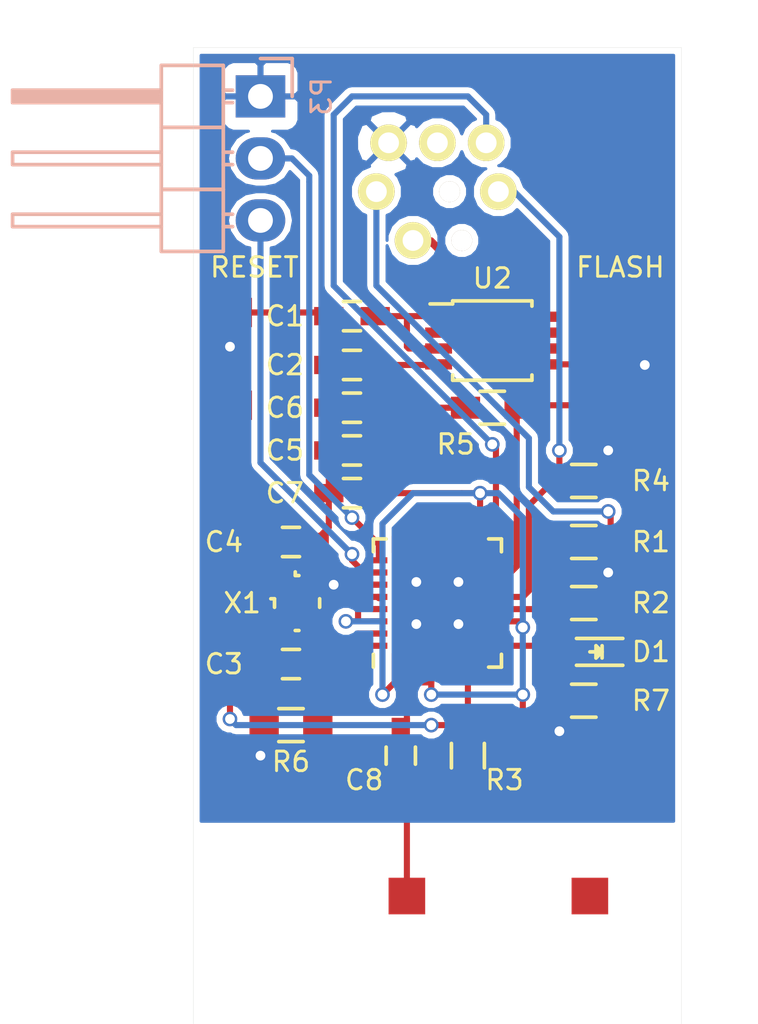
<source format=kicad_pcb>
(kicad_pcb (version 4) (host pcbnew 4.0.4-stable)

  (general
    (links 58)
    (no_connects 0)
    (area 91.874999 57.925 123.385 100.005001)
    (thickness 1.6)
    (drawings 5)
    (tracks 178)
    (zones 0)
    (modules 24)
    (nets 39)
  )

  (page A4)
  (layers
    (0 F.Cu signal)
    (31 B.Cu signal)
    (32 B.Adhes user)
    (33 F.Adhes user)
    (34 B.Paste user)
    (35 F.Paste user)
    (36 B.SilkS user)
    (37 F.SilkS user)
    (38 B.Mask user)
    (39 F.Mask user)
    (40 Dwgs.User user)
    (41 Cmts.User user)
    (42 Eco1.User user)
    (43 Eco2.User user)
    (44 Edge.Cuts user)
    (45 Margin user)
    (46 B.CrtYd user)
    (47 F.CrtYd user)
    (48 B.Fab user)
    (49 F.Fab user)
  )

  (setup
    (last_trace_width 0.25)
    (trace_clearance 0.2)
    (zone_clearance 0.25)
    (zone_45_only yes)
    (trace_min 0.2)
    (segment_width 0.2)
    (edge_width 0.01)
    (via_size 0.6)
    (via_drill 0.4)
    (via_min_size 0.4)
    (via_min_drill 0.3)
    (uvia_size 0.3)
    (uvia_drill 0.1)
    (uvias_allowed no)
    (uvia_min_size 0.2)
    (uvia_min_drill 0.1)
    (pcb_text_width 0.3)
    (pcb_text_size 1.2 1.2)
    (mod_edge_width 0.15)
    (mod_text_size 0.8 0.8)
    (mod_text_width 0.12)
    (pad_size 1.524 1.524)
    (pad_drill 0.762)
    (pad_to_mask_clearance 0.2)
    (aux_axis_origin 0 0)
    (visible_elements FFFEFFFF)
    (pcbplotparams
      (layerselection 0x010f0_80000001)
      (usegerberextensions true)
      (excludeedgelayer true)
      (linewidth 0.100000)
      (plotframeref false)
      (viasonmask false)
      (mode 1)
      (useauxorigin false)
      (hpglpennumber 1)
      (hpglpenspeed 20)
      (hpglpendiameter 15)
      (hpglpenoverlay 2)
      (psnegative false)
      (psa4output false)
      (plotreference true)
      (plotvalue false)
      (plotinvisibletext false)
      (padsonsilk false)
      (subtractmaskfromsilk false)
      (outputformat 1)
      (mirror false)
      (drillshape 0)
      (scaleselection 1)
      (outputdirectory gerber/))
  )

  (net 0 "")
  (net 1 "Net-(U1-Pad5)")
  (net 2 "Net-(U1-Pad6)")
  (net 3 "Net-(U1-Pad8)")
  (net 4 "Net-(U1-Pad10)")
  (net 5 "Net-(U1-Pad14)")
  (net 6 "Net-(U1-Pad18)")
  (net 7 "Net-(U1-Pad19)")
  (net 8 "Net-(U1-Pad20)")
  (net 9 "Net-(U1-Pad21)")
  (net 10 "Net-(U1-Pad22)")
  (net 11 "Net-(U1-Pad23)")
  (net 12 "Net-(U1-Pad24)")
  (net 13 "Net-(U1-Pad32)")
  (net 14 "Net-(P1-Pad4)")
  (net 15 "Net-(P1-Pad1)")
  (net 16 "Net-(P1-Pad7)")
  (net 17 "Net-(U2-Pad2)")
  (net 18 "Net-(U2-Pad6)")
  (net 19 "Net-(U2-Pad7)")
  (net 20 "Net-(U2-Pad8)")
  (net 21 EXT_VCC)
  (net 22 GND)
  (net 23 +3V3)
  (net 24 "Net-(C3-Pad2)")
  (net 25 "Net-(C4-Pad2)")
  (net 26 "Net-(C8-Pad1)")
  (net 27 "Net-(C8-Pad2)")
  (net 28 "Net-(D1-Pad2)")
  (net 29 "Net-(D1-Pad1)")
  (net 30 TXD)
  (net 31 RXD)
  (net 32 BRC)
  (net 33 FLASH_TXD)
  (net 34 FLASH_RXD)
  (net 35 "Net-(R1-Pad2)")
  (net 36 "Net-(R3-Pad1)")
  (net 37 "Net-(R5-Pad1)")
  (net 38 "Net-(R6-Pad1)")

  (net_class Default "This is the default net class."
    (clearance 0.2)
    (trace_width 0.25)
    (via_dia 0.6)
    (via_drill 0.4)
    (uvia_dia 0.3)
    (uvia_drill 0.1)
    (add_net +3V3)
    (add_net BRC)
    (add_net EXT_VCC)
    (add_net FLASH_RXD)
    (add_net FLASH_TXD)
    (add_net GND)
    (add_net "Net-(C3-Pad2)")
    (add_net "Net-(C4-Pad2)")
    (add_net "Net-(C8-Pad1)")
    (add_net "Net-(C8-Pad2)")
    (add_net "Net-(D1-Pad1)")
    (add_net "Net-(D1-Pad2)")
    (add_net "Net-(P1-Pad1)")
    (add_net "Net-(P1-Pad4)")
    (add_net "Net-(P1-Pad7)")
    (add_net "Net-(R1-Pad2)")
    (add_net "Net-(R3-Pad1)")
    (add_net "Net-(R5-Pad1)")
    (add_net "Net-(R6-Pad1)")
    (add_net "Net-(U1-Pad10)")
    (add_net "Net-(U1-Pad14)")
    (add_net "Net-(U1-Pad18)")
    (add_net "Net-(U1-Pad19)")
    (add_net "Net-(U1-Pad20)")
    (add_net "Net-(U1-Pad21)")
    (add_net "Net-(U1-Pad22)")
    (add_net "Net-(U1-Pad23)")
    (add_net "Net-(U1-Pad24)")
    (add_net "Net-(U1-Pad32)")
    (add_net "Net-(U1-Pad5)")
    (add_net "Net-(U1-Pad6)")
    (add_net "Net-(U1-Pad8)")
    (add_net "Net-(U2-Pad2)")
    (add_net "Net-(U2-Pad6)")
    (add_net "Net-(U2-Pad7)")
    (add_net "Net-(U2-Pad8)")
    (add_net RXD)
    (add_net TXD)
  )

  (module Housings_SSOP:MSOP-8-1EP_3x3mm_Pitch0.65mm (layer F.Cu) (tedit 58EDC9D5) (tstamp 58449736)
    (at 112.25 72)
    (descr "MS8E Package; 8-Lead Plastic MSOP, Exposed Die Pad (see Linear Technology 05081662_K_MS8E.pdf)")
    (tags "SSOP 0.65")
    (path /5844A34B)
    (attr smd)
    (fp_text reference U2 (at 0 -2.55) (layer F.SilkS)
      (effects (font (size 0.8 0.8) (thickness 0.12)))
    )
    (fp_text value MIC5239-3.3YMM (at 0 2.55) (layer F.Fab)
      (effects (font (size 1 1) (thickness 0.15)))
    )
    (fp_line (start -0.5 -1.5) (end 1.5 -1.5) (layer F.Fab) (width 0.15))
    (fp_line (start 1.5 -1.5) (end 1.5 1.5) (layer F.Fab) (width 0.15))
    (fp_line (start 1.5 1.5) (end -1.5 1.5) (layer F.Fab) (width 0.15))
    (fp_line (start -1.5 1.5) (end -1.5 -0.5) (layer F.Fab) (width 0.15))
    (fp_line (start -1.5 -0.5) (end -0.5 -1.5) (layer F.Fab) (width 0.15))
    (fp_line (start -3 -1.8) (end -3 1.8) (layer F.CrtYd) (width 0.05))
    (fp_line (start 3 -1.8) (end 3 1.8) (layer F.CrtYd) (width 0.05))
    (fp_line (start -3 -1.8) (end 3 -1.8) (layer F.CrtYd) (width 0.05))
    (fp_line (start -3 1.8) (end 3 1.8) (layer F.CrtYd) (width 0.05))
    (fp_line (start -1.625 -1.625) (end -1.625 -1.5) (layer F.SilkS) (width 0.15))
    (fp_line (start 1.625 -1.625) (end 1.625 -1.41) (layer F.SilkS) (width 0.15))
    (fp_line (start 1.625 1.625) (end 1.625 1.41) (layer F.SilkS) (width 0.15))
    (fp_line (start -1.625 1.625) (end -1.625 1.41) (layer F.SilkS) (width 0.15))
    (fp_line (start -1.625 -1.625) (end 1.625 -1.625) (layer F.SilkS) (width 0.15))
    (fp_line (start -1.625 1.625) (end 1.625 1.625) (layer F.SilkS) (width 0.15))
    (fp_line (start -1.625 -1.5) (end -2.55 -1.5) (layer F.SilkS) (width 0.15))
    (pad 1 smd rect (at -2.2 -0.975) (size 1.1 0.42) (layers F.Cu F.Paste F.Mask)
      (net 21 EXT_VCC))
    (pad 2 smd rect (at -2.2 -0.325) (size 1.1 0.42) (layers F.Cu F.Paste F.Mask)
      (net 17 "Net-(U2-Pad2)"))
    (pad 3 smd rect (at -2.2 0.325) (size 1.1 0.42) (layers F.Cu F.Paste F.Mask)
      (net 21 EXT_VCC))
    (pad 4 smd rect (at -2.2 0.975) (size 1.1 0.42) (layers F.Cu F.Paste F.Mask)
      (net 23 +3V3))
    (pad 5 smd rect (at 2.2 0.975) (size 1.1 0.42) (layers F.Cu F.Paste F.Mask)
      (net 22 GND))
    (pad 6 smd rect (at 2.2 0.325) (size 1.1 0.42) (layers F.Cu F.Paste F.Mask)
      (net 18 "Net-(U2-Pad6)"))
    (pad 7 smd rect (at 2.2 -0.325) (size 1.1 0.42) (layers F.Cu F.Paste F.Mask)
      (net 19 "Net-(U2-Pad7)"))
    (pad 8 smd rect (at 2.2 -0.975) (size 1.1 0.42) (layers F.Cu F.Paste F.Mask)
      (net 20 "Net-(U2-Pad8)"))
    (pad 9 smd rect (at 0.42 0.47) (size 0.84 0.94) (layers F.Cu F.Paste F.Mask)
      (solder_paste_margin_ratio -0.2))
    (pad 9 smd rect (at 0.42 -0.47) (size 0.84 0.94) (layers F.Cu F.Paste F.Mask)
      (solder_paste_margin_ratio -0.2))
    (pad 9 smd rect (at -0.42 0.47) (size 0.84 0.94) (layers F.Cu F.Paste F.Mask)
      (solder_paste_margin_ratio -0.2))
    (pad 9 smd rect (at -0.42 -0.47) (size 0.84 0.94) (layers F.Cu F.Paste F.Mask)
      (solder_paste_margin_ratio -0.2))
    (model Housings_SSOP.3dshapes/MSOP-8-1EP_3x3mm_Pitch0.65mm.wrl
      (at (xyz 0 0 0))
      (scale (xyz 1 1 1))
      (rotate (xyz 0 0 0))
    )
  )

  (module Housings_DFN_QFN:QFN-32-1EP_5x5mm_Pitch0.5mm (layer F.Cu) (tedit 58EDC894) (tstamp 58448DB7)
    (at 110 82.75 90)
    (descr "UH Package; 32-Lead Plastic QFN (5mm x 5mm); (see Linear Technology QFN_32_05-08-1693.pdf)")
    (tags "QFN 0.5")
    (path /58449519)
    (attr smd)
    (fp_text reference U1 (at -3.75 2.75 180) (layer F.SilkS) hide
      (effects (font (size 0.8 0.8) (thickness 0.12)))
    )
    (fp_text value ESP8285 (at 0 3.75 90) (layer F.Fab)
      (effects (font (size 1 1) (thickness 0.15)))
    )
    (fp_line (start -1.5 -2.5) (end 2.5 -2.5) (layer F.Fab) (width 0.15))
    (fp_line (start 2.5 -2.5) (end 2.5 2.5) (layer F.Fab) (width 0.15))
    (fp_line (start 2.5 2.5) (end -2.5 2.5) (layer F.Fab) (width 0.15))
    (fp_line (start -2.5 2.5) (end -2.5 -1.5) (layer F.Fab) (width 0.15))
    (fp_line (start -2.5 -1.5) (end -1.5 -2.5) (layer F.Fab) (width 0.15))
    (fp_line (start -3 -3) (end -3 3) (layer F.CrtYd) (width 0.05))
    (fp_line (start 3 -3) (end 3 3) (layer F.CrtYd) (width 0.05))
    (fp_line (start -3 -3) (end 3 -3) (layer F.CrtYd) (width 0.05))
    (fp_line (start -3 3) (end 3 3) (layer F.CrtYd) (width 0.05))
    (fp_line (start 2.625 -2.625) (end 2.625 -2.1) (layer F.SilkS) (width 0.15))
    (fp_line (start -2.625 2.625) (end -2.625 2.1) (layer F.SilkS) (width 0.15))
    (fp_line (start 2.625 2.625) (end 2.625 2.1) (layer F.SilkS) (width 0.15))
    (fp_line (start -2.625 -2.625) (end -2.1 -2.625) (layer F.SilkS) (width 0.15))
    (fp_line (start -2.625 2.625) (end -2.1 2.625) (layer F.SilkS) (width 0.15))
    (fp_line (start 2.625 2.625) (end 2.1 2.625) (layer F.SilkS) (width 0.15))
    (fp_line (start 2.625 -2.625) (end 2.1 -2.625) (layer F.SilkS) (width 0.15))
    (pad 1 smd rect (at -2.4 -1.75 90) (size 0.7 0.25) (layers F.Cu F.Paste F.Mask)
      (net 23 +3V3))
    (pad 2 smd rect (at -2.4 -1.25 90) (size 0.7 0.25) (layers F.Cu F.Paste F.Mask)
      (net 27 "Net-(C8-Pad2)"))
    (pad 3 smd rect (at -2.4 -0.75 90) (size 0.7 0.25) (layers F.Cu F.Paste F.Mask)
      (net 23 +3V3))
    (pad 4 smd rect (at -2.4 -0.25 90) (size 0.7 0.25) (layers F.Cu F.Paste F.Mask)
      (net 23 +3V3))
    (pad 5 smd rect (at -2.4 0.25 90) (size 0.7 0.25) (layers F.Cu F.Paste F.Mask)
      (net 1 "Net-(U1-Pad5)"))
    (pad 6 smd rect (at -2.4 0.75 90) (size 0.7 0.25) (layers F.Cu F.Paste F.Mask)
      (net 2 "Net-(U1-Pad6)"))
    (pad 7 smd rect (at -2.4 1.25 90) (size 0.7 0.25) (layers F.Cu F.Paste F.Mask)
      (net 36 "Net-(R3-Pad1)"))
    (pad 8 smd rect (at -2.4 1.75 90) (size 0.7 0.25) (layers F.Cu F.Paste F.Mask)
      (net 3 "Net-(U1-Pad8)"))
    (pad 9 smd rect (at -1.75 2.4 180) (size 0.7 0.25) (layers F.Cu F.Paste F.Mask)
      (net 28 "Net-(D1-Pad2)"))
    (pad 10 smd rect (at -1.25 2.4 180) (size 0.7 0.25) (layers F.Cu F.Paste F.Mask)
      (net 4 "Net-(U1-Pad10)"))
    (pad 11 smd rect (at -0.75 2.4 180) (size 0.7 0.25) (layers F.Cu F.Paste F.Mask)
      (net 23 +3V3))
    (pad 12 smd rect (at -0.25 2.4 180) (size 0.7 0.25) (layers F.Cu F.Paste F.Mask)
      (net 35 "Net-(R1-Pad2)"))
    (pad 13 smd rect (at 0.25 2.4 180) (size 0.7 0.25) (layers F.Cu F.Paste F.Mask)
      (net 31 RXD))
    (pad 14 smd rect (at 0.75 2.4 180) (size 0.7 0.25) (layers F.Cu F.Paste F.Mask)
      (net 5 "Net-(U1-Pad14)"))
    (pad 15 smd rect (at 1.25 2.4 180) (size 0.7 0.25) (layers F.Cu F.Paste F.Mask)
      (net 37 "Net-(R5-Pad1)"))
    (pad 16 smd rect (at 1.75 2.4 180) (size 0.7 0.25) (layers F.Cu F.Paste F.Mask)
      (net 32 BRC))
    (pad 17 smd rect (at 2.4 1.75 90) (size 0.7 0.25) (layers F.Cu F.Paste F.Mask)
      (net 23 +3V3))
    (pad 18 smd rect (at 2.4 1.25 90) (size 0.7 0.25) (layers F.Cu F.Paste F.Mask)
      (net 6 "Net-(U1-Pad18)"))
    (pad 19 smd rect (at 2.4 0.75 90) (size 0.7 0.25) (layers F.Cu F.Paste F.Mask)
      (net 7 "Net-(U1-Pad19)"))
    (pad 20 smd rect (at 2.4 0.25 90) (size 0.7 0.25) (layers F.Cu F.Paste F.Mask)
      (net 8 "Net-(U1-Pad20)"))
    (pad 21 smd rect (at 2.4 -0.25 90) (size 0.7 0.25) (layers F.Cu F.Paste F.Mask)
      (net 9 "Net-(U1-Pad21)"))
    (pad 22 smd rect (at 2.4 -0.75 90) (size 0.7 0.25) (layers F.Cu F.Paste F.Mask)
      (net 10 "Net-(U1-Pad22)"))
    (pad 23 smd rect (at 2.4 -1.25 90) (size 0.7 0.25) (layers F.Cu F.Paste F.Mask)
      (net 11 "Net-(U1-Pad23)"))
    (pad 24 smd rect (at 2.4 -1.75 90) (size 0.7 0.25) (layers F.Cu F.Paste F.Mask)
      (net 12 "Net-(U1-Pad24)"))
    (pad 25 smd rect (at 1.75 -2.4 180) (size 0.7 0.25) (layers F.Cu F.Paste F.Mask)
      (net 33 FLASH_TXD))
    (pad 26 smd rect (at 1.25 -2.4 180) (size 0.7 0.25) (layers F.Cu F.Paste F.Mask)
      (net 34 FLASH_RXD))
    (pad 27 smd rect (at 0.75 -2.4 180) (size 0.7 0.25) (layers F.Cu F.Paste F.Mask)
      (net 25 "Net-(C4-Pad2)"))
    (pad 28 smd rect (at 0.25 -2.4 180) (size 0.7 0.25) (layers F.Cu F.Paste F.Mask)
      (net 24 "Net-(C3-Pad2)"))
    (pad 29 smd rect (at -0.25 -2.4 180) (size 0.7 0.25) (layers F.Cu F.Paste F.Mask)
      (net 23 +3V3))
    (pad 30 smd rect (at -0.75 -2.4 180) (size 0.7 0.25) (layers F.Cu F.Paste F.Mask)
      (net 23 +3V3))
    (pad 31 smd rect (at -1.25 -2.4 180) (size 0.7 0.25) (layers F.Cu F.Paste F.Mask)
      (net 38 "Net-(R6-Pad1)"))
    (pad 32 smd rect (at -1.75 -2.4 180) (size 0.7 0.25) (layers F.Cu F.Paste F.Mask)
      (net 13 "Net-(U1-Pad32)"))
    (pad 33 smd rect (at 0.8625 0.8625 90) (size 1.725 1.725) (layers F.Cu F.Paste F.Mask)
      (net 22 GND) (solder_paste_margin_ratio -0.2))
    (pad 33 smd rect (at 0.8625 -0.8625 90) (size 1.725 1.725) (layers F.Cu F.Paste F.Mask)
      (net 22 GND) (solder_paste_margin_ratio -0.2))
    (pad 33 smd rect (at -0.8625 0.8625 90) (size 1.725 1.725) (layers F.Cu F.Paste F.Mask)
      (net 22 GND) (solder_paste_margin_ratio -0.2))
    (pad 33 smd rect (at -0.8625 -0.8625 90) (size 1.725 1.725) (layers F.Cu F.Paste F.Mask)
      (net 22 GND) (solder_paste_margin_ratio -0.2))
    (model Housings_DFN_QFN.3dshapes/QFN-32-1EP_5x5mm_Pitch0.5mm.wrl
      (at (xyz 0 0 0))
      (scale (xyz 1 1 1))
      (rotate (xyz 0 0 0))
    )
  )

  (module mini-din_8pin:mini-din_8pin (layer F.Cu) (tedit 58ED56B3) (tstamp 58449716)
    (at 110 65.5)
    (path /584497FE)
    (fp_text reference P1 (at 4.25 -1.75) (layer F.SilkS) hide
      (effects (font (size 0.8 0.8) (thickness 0.12)))
    )
    (fp_text value CONN_01X08 (at 0 -0.5) (layer F.Fab)
      (effects (font (size 1 1) (thickness 0.15)))
    )
    (pad 5 thru_hole circle (at -2.5 0.4) (size 1.5 1.5) (drill 0.85) (layers *.Cu *.Mask F.SilkS)
      (net 30 TXD))
    (pad 4 thru_hole circle (at 0.5 0.4) (size 0.85 0.85) (drill 0.85) (layers *.Cu *.Mask F.SilkS)
      (net 14 "Net-(P1-Pad4)"))
    (pad 3 thru_hole circle (at 2.5 0.4) (size 1.5 1.5) (drill 0.85) (layers *.Cu *.Mask F.SilkS)
      (net 31 RXD))
    (pad 8 thru_hole circle (at -2 -1.6) (size 1.5 1.5) (drill 0.85) (layers *.Cu *.Mask F.SilkS)
      (net 22 GND))
    (pad 6 thru_hole circle (at 2 -1.6) (size 1.5 1.5) (drill 0.85) (layers *.Cu *.Mask F.SilkS)
      (net 32 BRC))
    (pad 2 thru_hole circle (at -1 2.4) (size 1.5 1.5) (drill 0.85) (layers *.Cu *.Mask F.SilkS)
      (net 21 EXT_VCC))
    (pad 1 thru_hole circle (at 1 2.4) (size 0.85 0.85) (drill 0.85) (layers *.Cu *.Mask F.SilkS)
      (net 15 "Net-(P1-Pad1)"))
    (pad 7 thru_hole circle (at 0 -1.6) (size 1.5 1.5) (drill 0.85) (layers *.Cu *.Mask F.SilkS)
      (net 16 "Net-(P1-Pad7)"))
  )

  (module Capacitors_SMD:C_0603_HandSoldering (layer F.Cu) (tedit 58505434) (tstamp 584E8A9E)
    (at 106.5 71 180)
    (descr "Capacitor SMD 0603, hand soldering")
    (tags "capacitor 0603")
    (path /58449F69)
    (attr smd)
    (fp_text reference C1 (at 2.75 0 180) (layer F.SilkS)
      (effects (font (size 0.8 0.8) (thickness 0.12)))
    )
    (fp_text value 10uF (at 0 1.9 180) (layer F.Fab)
      (effects (font (size 1 1) (thickness 0.15)))
    )
    (fp_line (start -0.8 0.4) (end -0.8 -0.4) (layer F.Fab) (width 0.15))
    (fp_line (start 0.8 0.4) (end -0.8 0.4) (layer F.Fab) (width 0.15))
    (fp_line (start 0.8 -0.4) (end 0.8 0.4) (layer F.Fab) (width 0.15))
    (fp_line (start -0.8 -0.4) (end 0.8 -0.4) (layer F.Fab) (width 0.15))
    (fp_line (start -1.85 -0.75) (end 1.85 -0.75) (layer F.CrtYd) (width 0.05))
    (fp_line (start -1.85 0.75) (end 1.85 0.75) (layer F.CrtYd) (width 0.05))
    (fp_line (start -1.85 -0.75) (end -1.85 0.75) (layer F.CrtYd) (width 0.05))
    (fp_line (start 1.85 -0.75) (end 1.85 0.75) (layer F.CrtYd) (width 0.05))
    (fp_line (start -0.35 -0.6) (end 0.35 -0.6) (layer F.SilkS) (width 0.15))
    (fp_line (start 0.35 0.6) (end -0.35 0.6) (layer F.SilkS) (width 0.15))
    (pad 1 smd rect (at -0.95 0 180) (size 1.2 0.75) (layers F.Cu F.Paste F.Mask)
      (net 21 EXT_VCC))
    (pad 2 smd rect (at 0.95 0 180) (size 1.2 0.75) (layers F.Cu F.Paste F.Mask)
      (net 22 GND))
    (model Capacitors_SMD.3dshapes/C_0603_HandSoldering.wrl
      (at (xyz 0 0 0))
      (scale (xyz 1 1 1))
      (rotate (xyz 0 0 0))
    )
  )

  (module Capacitors_SMD:C_0603_HandSoldering (layer F.Cu) (tedit 58505441) (tstamp 584E8AA4)
    (at 106.5 73 180)
    (descr "Capacitor SMD 0603, hand soldering")
    (tags "capacitor 0603")
    (path /5844A0CB)
    (attr smd)
    (fp_text reference C2 (at 2.75 0 180) (layer F.SilkS)
      (effects (font (size 0.8 0.8) (thickness 0.12)))
    )
    (fp_text value 10uF (at 0 1.9 180) (layer F.Fab)
      (effects (font (size 1 1) (thickness 0.15)))
    )
    (fp_line (start -0.8 0.4) (end -0.8 -0.4) (layer F.Fab) (width 0.15))
    (fp_line (start 0.8 0.4) (end -0.8 0.4) (layer F.Fab) (width 0.15))
    (fp_line (start 0.8 -0.4) (end 0.8 0.4) (layer F.Fab) (width 0.15))
    (fp_line (start -0.8 -0.4) (end 0.8 -0.4) (layer F.Fab) (width 0.15))
    (fp_line (start -1.85 -0.75) (end 1.85 -0.75) (layer F.CrtYd) (width 0.05))
    (fp_line (start -1.85 0.75) (end 1.85 0.75) (layer F.CrtYd) (width 0.05))
    (fp_line (start -1.85 -0.75) (end -1.85 0.75) (layer F.CrtYd) (width 0.05))
    (fp_line (start 1.85 -0.75) (end 1.85 0.75) (layer F.CrtYd) (width 0.05))
    (fp_line (start -0.35 -0.6) (end 0.35 -0.6) (layer F.SilkS) (width 0.15))
    (fp_line (start 0.35 0.6) (end -0.35 0.6) (layer F.SilkS) (width 0.15))
    (pad 1 smd rect (at -0.95 0 180) (size 1.2 0.75) (layers F.Cu F.Paste F.Mask)
      (net 23 +3V3))
    (pad 2 smd rect (at 0.95 0 180) (size 1.2 0.75) (layers F.Cu F.Paste F.Mask)
      (net 22 GND))
    (model Capacitors_SMD.3dshapes/C_0603_HandSoldering.wrl
      (at (xyz 0 0 0))
      (scale (xyz 1 1 1))
      (rotate (xyz 0 0 0))
    )
  )

  (module Capacitors_SMD:C_0603_HandSoldering (layer F.Cu) (tedit 58ED57AB) (tstamp 584E8AAA)
    (at 104 85.25)
    (descr "Capacitor SMD 0603, hand soldering")
    (tags "capacitor 0603")
    (path /58466D59)
    (attr smd)
    (fp_text reference C3 (at -2.75 0) (layer F.SilkS)
      (effects (font (size 0.8 0.8) (thickness 0.12)))
    )
    (fp_text value 10pF (at 0 1.9) (layer F.Fab)
      (effects (font (size 1 1) (thickness 0.15)))
    )
    (fp_line (start -0.8 0.4) (end -0.8 -0.4) (layer F.Fab) (width 0.15))
    (fp_line (start 0.8 0.4) (end -0.8 0.4) (layer F.Fab) (width 0.15))
    (fp_line (start 0.8 -0.4) (end 0.8 0.4) (layer F.Fab) (width 0.15))
    (fp_line (start -0.8 -0.4) (end 0.8 -0.4) (layer F.Fab) (width 0.15))
    (fp_line (start -1.85 -0.75) (end 1.85 -0.75) (layer F.CrtYd) (width 0.05))
    (fp_line (start -1.85 0.75) (end 1.85 0.75) (layer F.CrtYd) (width 0.05))
    (fp_line (start -1.85 -0.75) (end -1.85 0.75) (layer F.CrtYd) (width 0.05))
    (fp_line (start 1.85 -0.75) (end 1.85 0.75) (layer F.CrtYd) (width 0.05))
    (fp_line (start -0.35 -0.6) (end 0.35 -0.6) (layer F.SilkS) (width 0.15))
    (fp_line (start 0.35 0.6) (end -0.35 0.6) (layer F.SilkS) (width 0.15))
    (pad 1 smd rect (at -0.95 0) (size 1.2 0.75) (layers F.Cu F.Paste F.Mask)
      (net 22 GND))
    (pad 2 smd rect (at 0.95 0) (size 1.2 0.75) (layers F.Cu F.Paste F.Mask)
      (net 24 "Net-(C3-Pad2)"))
    (model Capacitors_SMD.3dshapes/C_0603_HandSoldering.wrl
      (at (xyz 0 0 0))
      (scale (xyz 1 1 1))
      (rotate (xyz 0 0 0))
    )
  )

  (module Capacitors_SMD:C_0603_HandSoldering (layer F.Cu) (tedit 58ED57B2) (tstamp 584E8AB0)
    (at 104 80.25 180)
    (descr "Capacitor SMD 0603, hand soldering")
    (tags "capacitor 0603")
    (path /58466DBF)
    (attr smd)
    (fp_text reference C4 (at 2.75 0 180) (layer F.SilkS)
      (effects (font (size 0.8 0.8) (thickness 0.12)))
    )
    (fp_text value 10pF (at 0 1.9 180) (layer F.Fab)
      (effects (font (size 1 1) (thickness 0.15)))
    )
    (fp_line (start -0.8 0.4) (end -0.8 -0.4) (layer F.Fab) (width 0.15))
    (fp_line (start 0.8 0.4) (end -0.8 0.4) (layer F.Fab) (width 0.15))
    (fp_line (start 0.8 -0.4) (end 0.8 0.4) (layer F.Fab) (width 0.15))
    (fp_line (start -0.8 -0.4) (end 0.8 -0.4) (layer F.Fab) (width 0.15))
    (fp_line (start -1.85 -0.75) (end 1.85 -0.75) (layer F.CrtYd) (width 0.05))
    (fp_line (start -1.85 0.75) (end 1.85 0.75) (layer F.CrtYd) (width 0.05))
    (fp_line (start -1.85 -0.75) (end -1.85 0.75) (layer F.CrtYd) (width 0.05))
    (fp_line (start 1.85 -0.75) (end 1.85 0.75) (layer F.CrtYd) (width 0.05))
    (fp_line (start -0.35 -0.6) (end 0.35 -0.6) (layer F.SilkS) (width 0.15))
    (fp_line (start 0.35 0.6) (end -0.35 0.6) (layer F.SilkS) (width 0.15))
    (pad 1 smd rect (at -0.95 0 180) (size 1.2 0.75) (layers F.Cu F.Paste F.Mask)
      (net 22 GND))
    (pad 2 smd rect (at 0.95 0 180) (size 1.2 0.75) (layers F.Cu F.Paste F.Mask)
      (net 25 "Net-(C4-Pad2)"))
    (model Capacitors_SMD.3dshapes/C_0603_HandSoldering.wrl
      (at (xyz 0 0 0))
      (scale (xyz 1 1 1))
      (rotate (xyz 0 0 0))
    )
  )

  (module Capacitors_SMD:C_0603_HandSoldering (layer F.Cu) (tedit 5850545D) (tstamp 584E8AB6)
    (at 106.5 76.5)
    (descr "Capacitor SMD 0603, hand soldering")
    (tags "capacitor 0603")
    (path /5846B3B7)
    (attr smd)
    (fp_text reference C5 (at -2.75 0) (layer F.SilkS)
      (effects (font (size 0.8 0.8) (thickness 0.12)))
    )
    (fp_text value 1uF (at 0 1.9) (layer F.Fab)
      (effects (font (size 1 1) (thickness 0.15)))
    )
    (fp_line (start -0.8 0.4) (end -0.8 -0.4) (layer F.Fab) (width 0.15))
    (fp_line (start 0.8 0.4) (end -0.8 0.4) (layer F.Fab) (width 0.15))
    (fp_line (start 0.8 -0.4) (end 0.8 0.4) (layer F.Fab) (width 0.15))
    (fp_line (start -0.8 -0.4) (end 0.8 -0.4) (layer F.Fab) (width 0.15))
    (fp_line (start -1.85 -0.75) (end 1.85 -0.75) (layer F.CrtYd) (width 0.05))
    (fp_line (start -1.85 0.75) (end 1.85 0.75) (layer F.CrtYd) (width 0.05))
    (fp_line (start -1.85 -0.75) (end -1.85 0.75) (layer F.CrtYd) (width 0.05))
    (fp_line (start 1.85 -0.75) (end 1.85 0.75) (layer F.CrtYd) (width 0.05))
    (fp_line (start -0.35 -0.6) (end 0.35 -0.6) (layer F.SilkS) (width 0.15))
    (fp_line (start 0.35 0.6) (end -0.35 0.6) (layer F.SilkS) (width 0.15))
    (pad 1 smd rect (at -0.95 0) (size 1.2 0.75) (layers F.Cu F.Paste F.Mask)
      (net 22 GND))
    (pad 2 smd rect (at 0.95 0) (size 1.2 0.75) (layers F.Cu F.Paste F.Mask)
      (net 23 +3V3))
    (model Capacitors_SMD.3dshapes/C_0603_HandSoldering.wrl
      (at (xyz 0 0 0))
      (scale (xyz 1 1 1))
      (rotate (xyz 0 0 0))
    )
  )

  (module Capacitors_SMD:C_0603_HandSoldering (layer F.Cu) (tedit 58505454) (tstamp 584E8ABC)
    (at 106.5 74.75)
    (descr "Capacitor SMD 0603, hand soldering")
    (tags "capacitor 0603")
    (path /5846BBF8)
    (attr smd)
    (fp_text reference C6 (at -2.75 0) (layer F.SilkS)
      (effects (font (size 0.8 0.8) (thickness 0.12)))
    )
    (fp_text value 10uF (at 0 1.9) (layer F.Fab)
      (effects (font (size 1 1) (thickness 0.15)))
    )
    (fp_line (start -0.8 0.4) (end -0.8 -0.4) (layer F.Fab) (width 0.15))
    (fp_line (start 0.8 0.4) (end -0.8 0.4) (layer F.Fab) (width 0.15))
    (fp_line (start 0.8 -0.4) (end 0.8 0.4) (layer F.Fab) (width 0.15))
    (fp_line (start -0.8 -0.4) (end 0.8 -0.4) (layer F.Fab) (width 0.15))
    (fp_line (start -1.85 -0.75) (end 1.85 -0.75) (layer F.CrtYd) (width 0.05))
    (fp_line (start -1.85 0.75) (end 1.85 0.75) (layer F.CrtYd) (width 0.05))
    (fp_line (start -1.85 -0.75) (end -1.85 0.75) (layer F.CrtYd) (width 0.05))
    (fp_line (start 1.85 -0.75) (end 1.85 0.75) (layer F.CrtYd) (width 0.05))
    (fp_line (start -0.35 -0.6) (end 0.35 -0.6) (layer F.SilkS) (width 0.15))
    (fp_line (start 0.35 0.6) (end -0.35 0.6) (layer F.SilkS) (width 0.15))
    (pad 1 smd rect (at -0.95 0) (size 1.2 0.75) (layers F.Cu F.Paste F.Mask)
      (net 22 GND))
    (pad 2 smd rect (at 0.95 0) (size 1.2 0.75) (layers F.Cu F.Paste F.Mask)
      (net 23 +3V3))
    (model Capacitors_SMD.3dshapes/C_0603_HandSoldering.wrl
      (at (xyz 0 0 0))
      (scale (xyz 1 1 1))
      (rotate (xyz 0 0 0))
    )
  )

  (module Capacitors_SMD:C_0603_HandSoldering (layer F.Cu) (tedit 5850546B) (tstamp 584E8AC2)
    (at 106.5 78.25)
    (descr "Capacitor SMD 0603, hand soldering")
    (tags "capacitor 0603")
    (path /5846BBB3)
    (attr smd)
    (fp_text reference C7 (at -2.75 0) (layer F.SilkS)
      (effects (font (size 0.8 0.8) (thickness 0.12)))
    )
    (fp_text value 0.1uF (at 0 1.9) (layer F.Fab)
      (effects (font (size 1 1) (thickness 0.15)))
    )
    (fp_line (start -0.8 0.4) (end -0.8 -0.4) (layer F.Fab) (width 0.15))
    (fp_line (start 0.8 0.4) (end -0.8 0.4) (layer F.Fab) (width 0.15))
    (fp_line (start 0.8 -0.4) (end 0.8 0.4) (layer F.Fab) (width 0.15))
    (fp_line (start -0.8 -0.4) (end 0.8 -0.4) (layer F.Fab) (width 0.15))
    (fp_line (start -1.85 -0.75) (end 1.85 -0.75) (layer F.CrtYd) (width 0.05))
    (fp_line (start -1.85 0.75) (end 1.85 0.75) (layer F.CrtYd) (width 0.05))
    (fp_line (start -1.85 -0.75) (end -1.85 0.75) (layer F.CrtYd) (width 0.05))
    (fp_line (start 1.85 -0.75) (end 1.85 0.75) (layer F.CrtYd) (width 0.05))
    (fp_line (start -0.35 -0.6) (end 0.35 -0.6) (layer F.SilkS) (width 0.15))
    (fp_line (start 0.35 0.6) (end -0.35 0.6) (layer F.SilkS) (width 0.15))
    (pad 1 smd rect (at -0.95 0) (size 1.2 0.75) (layers F.Cu F.Paste F.Mask)
      (net 22 GND))
    (pad 2 smd rect (at 0.95 0) (size 1.2 0.75) (layers F.Cu F.Paste F.Mask)
      (net 23 +3V3))
    (model Capacitors_SMD.3dshapes/C_0603_HandSoldering.wrl
      (at (xyz 0 0 0))
      (scale (xyz 1 1 1))
      (rotate (xyz 0 0 0))
    )
  )

  (module Capacitors_SMD:C_0603_HandSoldering (layer F.Cu) (tedit 58EDCA19) (tstamp 584E8AC8)
    (at 108.5 89 90)
    (descr "Capacitor SMD 0603, hand soldering")
    (tags "capacitor 0603")
    (path /5846F5F4)
    (attr smd)
    (fp_text reference C8 (at -1 -1.5 180) (layer F.SilkS)
      (effects (font (size 0.8 0.8) (thickness 0.12)))
    )
    (fp_text value 5.6pF (at 0 1.9 90) (layer F.Fab)
      (effects (font (size 1 1) (thickness 0.15)))
    )
    (fp_line (start -0.8 0.4) (end -0.8 -0.4) (layer F.Fab) (width 0.15))
    (fp_line (start 0.8 0.4) (end -0.8 0.4) (layer F.Fab) (width 0.15))
    (fp_line (start 0.8 -0.4) (end 0.8 0.4) (layer F.Fab) (width 0.15))
    (fp_line (start -0.8 -0.4) (end 0.8 -0.4) (layer F.Fab) (width 0.15))
    (fp_line (start -1.85 -0.75) (end 1.85 -0.75) (layer F.CrtYd) (width 0.05))
    (fp_line (start -1.85 0.75) (end 1.85 0.75) (layer F.CrtYd) (width 0.05))
    (fp_line (start -1.85 -0.75) (end -1.85 0.75) (layer F.CrtYd) (width 0.05))
    (fp_line (start 1.85 -0.75) (end 1.85 0.75) (layer F.CrtYd) (width 0.05))
    (fp_line (start -0.35 -0.6) (end 0.35 -0.6) (layer F.SilkS) (width 0.15))
    (fp_line (start 0.35 0.6) (end -0.35 0.6) (layer F.SilkS) (width 0.15))
    (pad 1 smd rect (at -0.95 0 90) (size 1.2 0.75) (layers F.Cu F.Paste F.Mask)
      (net 26 "Net-(C8-Pad1)"))
    (pad 2 smd rect (at 0.95 0 90) (size 1.2 0.75) (layers F.Cu F.Paste F.Mask)
      (net 27 "Net-(C8-Pad2)"))
    (model Capacitors_SMD.3dshapes/C_0603_HandSoldering.wrl
      (at (xyz 0 0 0))
      (scale (xyz 1 1 1))
      (rotate (xyz 0 0 0))
    )
  )

  (module LEDs:LED_0603 (layer F.Cu) (tedit 585052F5) (tstamp 584E8ACE)
    (at 116.5 84.75 180)
    (descr "LED 0603 smd package")
    (tags "LED led 0603 SMD smd SMT smt smdled SMDLED smtled SMTLED")
    (path /584E892F)
    (attr smd)
    (fp_text reference D1 (at -2.25 0 180) (layer F.SilkS)
      (effects (font (size 0.8 0.8) (thickness 0.12)))
    )
    (fp_text value BLUE (at 0 1.5 180) (layer F.Fab)
      (effects (font (size 1 1) (thickness 0.15)))
    )
    (fp_line (start -0.3 -0.2) (end -0.3 0.2) (layer F.Fab) (width 0.15))
    (fp_line (start -0.2 0) (end 0.1 -0.2) (layer F.Fab) (width 0.15))
    (fp_line (start 0.1 0.2) (end -0.2 0) (layer F.Fab) (width 0.15))
    (fp_line (start 0.1 -0.2) (end 0.1 0.2) (layer F.Fab) (width 0.15))
    (fp_line (start 0.8 0.4) (end -0.8 0.4) (layer F.Fab) (width 0.15))
    (fp_line (start 0.8 -0.4) (end 0.8 0.4) (layer F.Fab) (width 0.15))
    (fp_line (start -0.8 -0.4) (end 0.8 -0.4) (layer F.Fab) (width 0.15))
    (fp_line (start -0.8 0.4) (end -0.8 -0.4) (layer F.Fab) (width 0.15))
    (fp_line (start -1.1 0.55) (end 0.8 0.55) (layer F.SilkS) (width 0.15))
    (fp_line (start -1.1 -0.55) (end 0.8 -0.55) (layer F.SilkS) (width 0.15))
    (fp_line (start -0.2 0) (end 0.25 0) (layer F.SilkS) (width 0.15))
    (fp_line (start -0.25 -0.25) (end -0.25 0.25) (layer F.SilkS) (width 0.15))
    (fp_line (start -0.25 0) (end 0 -0.25) (layer F.SilkS) (width 0.15))
    (fp_line (start 0 -0.25) (end 0 0.25) (layer F.SilkS) (width 0.15))
    (fp_line (start 0 0.25) (end -0.25 0) (layer F.SilkS) (width 0.15))
    (fp_line (start 1.4 -0.75) (end 1.4 0.75) (layer F.CrtYd) (width 0.05))
    (fp_line (start 1.4 0.75) (end -1.4 0.75) (layer F.CrtYd) (width 0.05))
    (fp_line (start -1.4 0.75) (end -1.4 -0.75) (layer F.CrtYd) (width 0.05))
    (fp_line (start -1.4 -0.75) (end 1.4 -0.75) (layer F.CrtYd) (width 0.05))
    (pad 2 smd rect (at 0.7493 0) (size 0.79756 0.79756) (layers F.Cu F.Paste F.Mask)
      (net 28 "Net-(D1-Pad2)"))
    (pad 1 smd rect (at -0.7493 0) (size 0.79756 0.79756) (layers F.Cu F.Paste F.Mask)
      (net 29 "Net-(D1-Pad1)"))
    (model LEDs.3dshapes/LED_0603.wrl
      (at (xyz 0 0 0))
      (scale (xyz 1 1 1))
      (rotate (xyz 0 0 180))
    )
  )

  (module antennas:RFANT8010080A3T (layer F.Cu) (tedit 584F27CB) (tstamp 584E8AD4)
    (at 112.5 94.75)
    (path /5846F7AC)
    (fp_text reference ANTENNA (at 0 2.5) (layer F.SilkS) hide
      (effects (font (size 1 1) (thickness 0.15)))
    )
    (fp_text value ANTENNA (at 0 -3.81) (layer F.Fab)
      (effects (font (size 1 1) (thickness 0.15)))
    )
    (pad 1 smd rect (at -3.75 0) (size 1.5 1.5) (layers F.Cu F.Paste F.Mask)
      (net 26 "Net-(C8-Pad1)"))
    (pad 2 smd rect (at 3.75 0) (size 1.5 1.5) (layers F.Cu F.Paste F.Mask))
  )

  (module Pin_Headers:Pin_Header_Angled_1x03 (layer B.Cu) (tedit 5850550E) (tstamp 584E8ADB)
    (at 102.75 62 180)
    (descr "Through hole pin header")
    (tags "pin header")
    (path /584E9734)
    (fp_text reference P3 (at -2.5 0 270) (layer B.SilkS)
      (effects (font (size 0.8 0.8) (thickness 0.12)) (justify mirror))
    )
    (fp_text value CONN_01X03 (at 0 3.1 180) (layer B.Fab)
      (effects (font (size 1 1) (thickness 0.15)) (justify mirror))
    )
    (fp_line (start -1.5 1.75) (end -1.5 -6.85) (layer B.CrtYd) (width 0.05))
    (fp_line (start 10.65 1.75) (end 10.65 -6.85) (layer B.CrtYd) (width 0.05))
    (fp_line (start -1.5 1.75) (end 10.65 1.75) (layer B.CrtYd) (width 0.05))
    (fp_line (start -1.5 -6.85) (end 10.65 -6.85) (layer B.CrtYd) (width 0.05))
    (fp_line (start -1.3 1.55) (end -1.3 0) (layer B.SilkS) (width 0.15))
    (fp_line (start 0 1.55) (end -1.3 1.55) (layer B.SilkS) (width 0.15))
    (fp_line (start 4.191 0.127) (end 10.033 0.127) (layer B.SilkS) (width 0.15))
    (fp_line (start 10.033 0.127) (end 10.033 -0.127) (layer B.SilkS) (width 0.15))
    (fp_line (start 10.033 -0.127) (end 4.191 -0.127) (layer B.SilkS) (width 0.15))
    (fp_line (start 4.191 -0.127) (end 4.191 0) (layer B.SilkS) (width 0.15))
    (fp_line (start 4.191 0) (end 10.033 0) (layer B.SilkS) (width 0.15))
    (fp_line (start 1.524 0.254) (end 1.143 0.254) (layer B.SilkS) (width 0.15))
    (fp_line (start 1.524 -0.254) (end 1.143 -0.254) (layer B.SilkS) (width 0.15))
    (fp_line (start 1.524 -2.286) (end 1.143 -2.286) (layer B.SilkS) (width 0.15))
    (fp_line (start 1.524 -2.794) (end 1.143 -2.794) (layer B.SilkS) (width 0.15))
    (fp_line (start 1.524 -4.826) (end 1.143 -4.826) (layer B.SilkS) (width 0.15))
    (fp_line (start 1.524 -5.334) (end 1.143 -5.334) (layer B.SilkS) (width 0.15))
    (fp_line (start 4.064 -1.27) (end 4.064 1.27) (layer B.SilkS) (width 0.15))
    (fp_line (start 10.16 -0.254) (end 4.064 -0.254) (layer B.SilkS) (width 0.15))
    (fp_line (start 10.16 0.254) (end 10.16 -0.254) (layer B.SilkS) (width 0.15))
    (fp_line (start 4.064 0.254) (end 10.16 0.254) (layer B.SilkS) (width 0.15))
    (fp_line (start 1.524 -1.27) (end 4.064 -1.27) (layer B.SilkS) (width 0.15))
    (fp_line (start 1.524 1.27) (end 1.524 -1.27) (layer B.SilkS) (width 0.15))
    (fp_line (start 1.524 1.27) (end 4.064 1.27) (layer B.SilkS) (width 0.15))
    (fp_line (start 1.524 -3.81) (end 4.064 -3.81) (layer B.SilkS) (width 0.15))
    (fp_line (start 1.524 -3.81) (end 1.524 -6.35) (layer B.SilkS) (width 0.15))
    (fp_line (start 4.064 -4.826) (end 10.16 -4.826) (layer B.SilkS) (width 0.15))
    (fp_line (start 10.16 -4.826) (end 10.16 -5.334) (layer B.SilkS) (width 0.15))
    (fp_line (start 10.16 -5.334) (end 4.064 -5.334) (layer B.SilkS) (width 0.15))
    (fp_line (start 4.064 -6.35) (end 4.064 -3.81) (layer B.SilkS) (width 0.15))
    (fp_line (start 4.064 -3.81) (end 4.064 -1.27) (layer B.SilkS) (width 0.15))
    (fp_line (start 10.16 -2.794) (end 4.064 -2.794) (layer B.SilkS) (width 0.15))
    (fp_line (start 10.16 -2.286) (end 10.16 -2.794) (layer B.SilkS) (width 0.15))
    (fp_line (start 4.064 -2.286) (end 10.16 -2.286) (layer B.SilkS) (width 0.15))
    (fp_line (start 1.524 -3.81) (end 4.064 -3.81) (layer B.SilkS) (width 0.15))
    (fp_line (start 1.524 -1.27) (end 1.524 -3.81) (layer B.SilkS) (width 0.15))
    (fp_line (start 1.524 -1.27) (end 4.064 -1.27) (layer B.SilkS) (width 0.15))
    (fp_line (start 1.524 -6.35) (end 4.064 -6.35) (layer B.SilkS) (width 0.15))
    (pad 1 thru_hole rect (at 0 0 180) (size 2.032 1.7272) (drill 1.016) (layers *.Cu *.Mask)
      (net 22 GND))
    (pad 2 thru_hole oval (at 0 -2.54 180) (size 2.032 1.7272) (drill 1.016) (layers *.Cu *.Mask)
      (net 33 FLASH_TXD))
    (pad 3 thru_hole oval (at 0 -5.08 180) (size 2.032 1.7272) (drill 1.016) (layers *.Cu *.Mask)
      (net 34 FLASH_RXD))
    (model Pin_Headers.3dshapes/Pin_Header_Angled_1x03.wrl
      (at (xyz 0 -0.1 0))
      (scale (xyz 1 1 1))
      (rotate (xyz 0 0 90))
    )
  )

  (module Resistors_SMD:R_0603_HandSoldering (layer F.Cu) (tedit 584F28DA) (tstamp 584E8AE1)
    (at 116 80.25 180)
    (descr "Resistor SMD 0603, hand soldering")
    (tags "resistor 0603")
    (path /5846811C)
    (attr smd)
    (fp_text reference R1 (at -2.75 0 180) (layer F.SilkS)
      (effects (font (size 0.8 0.8) (thickness 0.12)))
    )
    (fp_text value 1k (at 0 1.9 180) (layer F.Fab)
      (effects (font (size 1 1) (thickness 0.15)))
    )
    (fp_line (start -0.8 0.4) (end -0.8 -0.4) (layer F.Fab) (width 0.1))
    (fp_line (start 0.8 0.4) (end -0.8 0.4) (layer F.Fab) (width 0.1))
    (fp_line (start 0.8 -0.4) (end 0.8 0.4) (layer F.Fab) (width 0.1))
    (fp_line (start -0.8 -0.4) (end 0.8 -0.4) (layer F.Fab) (width 0.1))
    (fp_line (start -2 -0.8) (end 2 -0.8) (layer F.CrtYd) (width 0.05))
    (fp_line (start -2 0.8) (end 2 0.8) (layer F.CrtYd) (width 0.05))
    (fp_line (start -2 -0.8) (end -2 0.8) (layer F.CrtYd) (width 0.05))
    (fp_line (start 2 -0.8) (end 2 0.8) (layer F.CrtYd) (width 0.05))
    (fp_line (start 0.5 0.675) (end -0.5 0.675) (layer F.SilkS) (width 0.15))
    (fp_line (start -0.5 -0.675) (end 0.5 -0.675) (layer F.SilkS) (width 0.15))
    (pad 1 smd rect (at -1.1 0 180) (size 1.2 0.9) (layers F.Cu F.Paste F.Mask)
      (net 30 TXD))
    (pad 2 smd rect (at 1.1 0 180) (size 1.2 0.9) (layers F.Cu F.Paste F.Mask)
      (net 35 "Net-(R1-Pad2)"))
    (model Resistors_SMD.3dshapes/R_0603_HandSoldering.wrl
      (at (xyz 0 0 0))
      (scale (xyz 1 1 1))
      (rotate (xyz 0 0 0))
    )
  )

  (module Resistors_SMD:R_0603_HandSoldering (layer F.Cu) (tedit 584F28E3) (tstamp 584E8AE7)
    (at 116 82.75)
    (descr "Resistor SMD 0603, hand soldering")
    (tags "resistor 0603")
    (path /5846826D)
    (attr smd)
    (fp_text reference R2 (at 2.75 0) (layer F.SilkS)
      (effects (font (size 0.8 0.8) (thickness 0.12)))
    )
    (fp_text value 2k (at 0 1.9) (layer F.Fab)
      (effects (font (size 1 1) (thickness 0.15)))
    )
    (fp_line (start -0.8 0.4) (end -0.8 -0.4) (layer F.Fab) (width 0.1))
    (fp_line (start 0.8 0.4) (end -0.8 0.4) (layer F.Fab) (width 0.1))
    (fp_line (start 0.8 -0.4) (end 0.8 0.4) (layer F.Fab) (width 0.1))
    (fp_line (start -0.8 -0.4) (end 0.8 -0.4) (layer F.Fab) (width 0.1))
    (fp_line (start -2 -0.8) (end 2 -0.8) (layer F.CrtYd) (width 0.05))
    (fp_line (start -2 0.8) (end 2 0.8) (layer F.CrtYd) (width 0.05))
    (fp_line (start -2 -0.8) (end -2 0.8) (layer F.CrtYd) (width 0.05))
    (fp_line (start 2 -0.8) (end 2 0.8) (layer F.CrtYd) (width 0.05))
    (fp_line (start 0.5 0.675) (end -0.5 0.675) (layer F.SilkS) (width 0.15))
    (fp_line (start -0.5 -0.675) (end 0.5 -0.675) (layer F.SilkS) (width 0.15))
    (pad 1 smd rect (at -1.1 0) (size 1.2 0.9) (layers F.Cu F.Paste F.Mask)
      (net 35 "Net-(R1-Pad2)"))
    (pad 2 smd rect (at 1.1 0) (size 1.2 0.9) (layers F.Cu F.Paste F.Mask)
      (net 22 GND))
    (model Resistors_SMD.3dshapes/R_0603_HandSoldering.wrl
      (at (xyz 0 0 0))
      (scale (xyz 1 1 1))
      (rotate (xyz 0 0 0))
    )
  )

  (module Resistors_SMD:R_0603_HandSoldering (layer F.Cu) (tedit 58EDCA21) (tstamp 584E8AED)
    (at 111.25 89 270)
    (descr "Resistor SMD 0603, hand soldering")
    (tags "resistor 0603")
    (path /584692FE)
    (attr smd)
    (fp_text reference R3 (at 1 -1.5 360) (layer F.SilkS)
      (effects (font (size 0.8 0.8) (thickness 0.12)))
    )
    (fp_text value 10k (at 0 1.9 270) (layer F.Fab)
      (effects (font (size 1 1) (thickness 0.15)))
    )
    (fp_line (start -0.8 0.4) (end -0.8 -0.4) (layer F.Fab) (width 0.1))
    (fp_line (start 0.8 0.4) (end -0.8 0.4) (layer F.Fab) (width 0.1))
    (fp_line (start 0.8 -0.4) (end 0.8 0.4) (layer F.Fab) (width 0.1))
    (fp_line (start -0.8 -0.4) (end 0.8 -0.4) (layer F.Fab) (width 0.1))
    (fp_line (start -2 -0.8) (end 2 -0.8) (layer F.CrtYd) (width 0.05))
    (fp_line (start -2 0.8) (end 2 0.8) (layer F.CrtYd) (width 0.05))
    (fp_line (start -2 -0.8) (end -2 0.8) (layer F.CrtYd) (width 0.05))
    (fp_line (start 2 -0.8) (end 2 0.8) (layer F.CrtYd) (width 0.05))
    (fp_line (start 0.5 0.675) (end -0.5 0.675) (layer F.SilkS) (width 0.15))
    (fp_line (start -0.5 -0.675) (end 0.5 -0.675) (layer F.SilkS) (width 0.15))
    (pad 1 smd rect (at -1.1 0 270) (size 1.2 0.9) (layers F.Cu F.Paste F.Mask)
      (net 36 "Net-(R3-Pad1)"))
    (pad 2 smd rect (at 1.1 0 270) (size 1.2 0.9) (layers F.Cu F.Paste F.Mask)
      (net 23 +3V3))
    (model Resistors_SMD.3dshapes/R_0603_HandSoldering.wrl
      (at (xyz 0 0 0))
      (scale (xyz 1 1 1))
      (rotate (xyz 0 0 0))
    )
  )

  (module Resistors_SMD:R_0603_HandSoldering (layer F.Cu) (tedit 5850540F) (tstamp 584E8AF3)
    (at 116 77.75)
    (descr "Resistor SMD 0603, hand soldering")
    (tags "resistor 0603")
    (path /58488801)
    (attr smd)
    (fp_text reference R4 (at 2.75 0) (layer F.SilkS)
      (effects (font (size 0.8 0.8) (thickness 0.12)))
    )
    (fp_text value 10k (at 0 1.9) (layer F.Fab)
      (effects (font (size 1 1) (thickness 0.15)))
    )
    (fp_line (start -0.8 0.4) (end -0.8 -0.4) (layer F.Fab) (width 0.1))
    (fp_line (start 0.8 0.4) (end -0.8 0.4) (layer F.Fab) (width 0.1))
    (fp_line (start 0.8 -0.4) (end 0.8 0.4) (layer F.Fab) (width 0.1))
    (fp_line (start -0.8 -0.4) (end 0.8 -0.4) (layer F.Fab) (width 0.1))
    (fp_line (start -2 -0.8) (end 2 -0.8) (layer F.CrtYd) (width 0.05))
    (fp_line (start -2 0.8) (end 2 0.8) (layer F.CrtYd) (width 0.05))
    (fp_line (start -2 -0.8) (end -2 0.8) (layer F.CrtYd) (width 0.05))
    (fp_line (start 2 -0.8) (end 2 0.8) (layer F.CrtYd) (width 0.05))
    (fp_line (start 0.5 0.675) (end -0.5 0.675) (layer F.SilkS) (width 0.15))
    (fp_line (start -0.5 -0.675) (end 0.5 -0.675) (layer F.SilkS) (width 0.15))
    (pad 1 smd rect (at -1.1 0) (size 1.2 0.9) (layers F.Cu F.Paste F.Mask)
      (net 31 RXD))
    (pad 2 smd rect (at 1.1 0) (size 1.2 0.9) (layers F.Cu F.Paste F.Mask)
      (net 22 GND))
    (model Resistors_SMD.3dshapes/R_0603_HandSoldering.wrl
      (at (xyz 0 0 0))
      (scale (xyz 1 1 1))
      (rotate (xyz 0 0 0))
    )
  )

  (module Resistors_SMD:R_0603_HandSoldering (layer F.Cu) (tedit 58ED4FBA) (tstamp 584E8AF9)
    (at 112.25 74.75 180)
    (descr "Resistor SMD 0603, hand soldering")
    (tags "resistor 0603")
    (path /5846EEC6)
    (attr smd)
    (fp_text reference R5 (at 1.5 -1.5 180) (layer F.SilkS)
      (effects (font (size 0.8 0.8) (thickness 0.12)))
    )
    (fp_text value 10k (at 0 1.9 180) (layer F.Fab)
      (effects (font (size 1 1) (thickness 0.15)))
    )
    (fp_line (start -0.8 0.4) (end -0.8 -0.4) (layer F.Fab) (width 0.1))
    (fp_line (start 0.8 0.4) (end -0.8 0.4) (layer F.Fab) (width 0.1))
    (fp_line (start 0.8 -0.4) (end 0.8 0.4) (layer F.Fab) (width 0.1))
    (fp_line (start -0.8 -0.4) (end 0.8 -0.4) (layer F.Fab) (width 0.1))
    (fp_line (start -2 -0.8) (end 2 -0.8) (layer F.CrtYd) (width 0.05))
    (fp_line (start -2 0.8) (end 2 0.8) (layer F.CrtYd) (width 0.05))
    (fp_line (start -2 -0.8) (end -2 0.8) (layer F.CrtYd) (width 0.05))
    (fp_line (start 2 -0.8) (end 2 0.8) (layer F.CrtYd) (width 0.05))
    (fp_line (start 0.5 0.675) (end -0.5 0.675) (layer F.SilkS) (width 0.15))
    (fp_line (start -0.5 -0.675) (end 0.5 -0.675) (layer F.SilkS) (width 0.15))
    (pad 1 smd rect (at -1.1 0 180) (size 1.2 0.9) (layers F.Cu F.Paste F.Mask)
      (net 37 "Net-(R5-Pad1)"))
    (pad 2 smd rect (at 1.1 0 180) (size 1.2 0.9) (layers F.Cu F.Paste F.Mask)
      (net 23 +3V3))
    (model Resistors_SMD.3dshapes/R_0603_HandSoldering.wrl
      (at (xyz 0 0 0))
      (scale (xyz 1 1 1))
      (rotate (xyz 0 0 0))
    )
  )

  (module Resistors_SMD:R_0603_HandSoldering (layer F.Cu) (tedit 58EDC459) (tstamp 584E8AFF)
    (at 104 87.75 180)
    (descr "Resistor SMD 0603, hand soldering")
    (tags "resistor 0603")
    (path /5846CBA5)
    (attr smd)
    (fp_text reference R6 (at 0 -1.5 360) (layer F.SilkS)
      (effects (font (size 0.8 0.8) (thickness 0.12)))
    )
    (fp_text value 12k (at 0 1.9 180) (layer F.Fab)
      (effects (font (size 1 1) (thickness 0.15)))
    )
    (fp_line (start -0.8 0.4) (end -0.8 -0.4) (layer F.Fab) (width 0.1))
    (fp_line (start 0.8 0.4) (end -0.8 0.4) (layer F.Fab) (width 0.1))
    (fp_line (start 0.8 -0.4) (end 0.8 0.4) (layer F.Fab) (width 0.1))
    (fp_line (start -0.8 -0.4) (end 0.8 -0.4) (layer F.Fab) (width 0.1))
    (fp_line (start -2 -0.8) (end 2 -0.8) (layer F.CrtYd) (width 0.05))
    (fp_line (start -2 0.8) (end 2 0.8) (layer F.CrtYd) (width 0.05))
    (fp_line (start -2 -0.8) (end -2 0.8) (layer F.CrtYd) (width 0.05))
    (fp_line (start 2 -0.8) (end 2 0.8) (layer F.CrtYd) (width 0.05))
    (fp_line (start 0.5 0.675) (end -0.5 0.675) (layer F.SilkS) (width 0.15))
    (fp_line (start -0.5 -0.675) (end 0.5 -0.675) (layer F.SilkS) (width 0.15))
    (pad 1 smd rect (at -1.1 0 180) (size 1.2 0.9) (layers F.Cu F.Paste F.Mask)
      (net 38 "Net-(R6-Pad1)"))
    (pad 2 smd rect (at 1.1 0 180) (size 1.2 0.9) (layers F.Cu F.Paste F.Mask)
      (net 22 GND))
    (model Resistors_SMD.3dshapes/R_0603_HandSoldering.wrl
      (at (xyz 0 0 0))
      (scale (xyz 1 1 1))
      (rotate (xyz 0 0 0))
    )
  )

  (module Resistors_SMD:R_0603_HandSoldering (layer F.Cu) (tedit 585053FA) (tstamp 584E8B05)
    (at 116 86.75 180)
    (descr "Resistor SMD 0603, hand soldering")
    (tags "resistor 0603")
    (path /584E8F5A)
    (attr smd)
    (fp_text reference R7 (at -2.75 0 180) (layer F.SilkS)
      (effects (font (size 0.8 0.8) (thickness 0.12)))
    )
    (fp_text value 20 (at 0 1.9 180) (layer F.Fab)
      (effects (font (size 1 1) (thickness 0.15)))
    )
    (fp_line (start -0.8 0.4) (end -0.8 -0.4) (layer F.Fab) (width 0.1))
    (fp_line (start 0.8 0.4) (end -0.8 0.4) (layer F.Fab) (width 0.1))
    (fp_line (start 0.8 -0.4) (end 0.8 0.4) (layer F.Fab) (width 0.1))
    (fp_line (start -0.8 -0.4) (end 0.8 -0.4) (layer F.Fab) (width 0.1))
    (fp_line (start -2 -0.8) (end 2 -0.8) (layer F.CrtYd) (width 0.05))
    (fp_line (start -2 0.8) (end 2 0.8) (layer F.CrtYd) (width 0.05))
    (fp_line (start -2 -0.8) (end -2 0.8) (layer F.CrtYd) (width 0.05))
    (fp_line (start 2 -0.8) (end 2 0.8) (layer F.CrtYd) (width 0.05))
    (fp_line (start 0.5 0.675) (end -0.5 0.675) (layer F.SilkS) (width 0.15))
    (fp_line (start -0.5 -0.675) (end 0.5 -0.675) (layer F.SilkS) (width 0.15))
    (pad 1 smd rect (at -1.1 0 180) (size 1.2 0.9) (layers F.Cu F.Paste F.Mask)
      (net 29 "Net-(D1-Pad1)"))
    (pad 2 smd rect (at 1.1 0 180) (size 1.2 0.9) (layers F.Cu F.Paste F.Mask)
      (net 22 GND))
    (model Resistors_SMD.3dshapes/R_0603_HandSoldering.wrl
      (at (xyz 0 0 0))
      (scale (xyz 1 1 1))
      (rotate (xyz 0 0 0))
    )
  )

  (module micro_switches:ALPS_SKRELHE010 (layer F.Cu) (tedit 58505603) (tstamp 584E8B0B)
    (at 101.5 72.75 270)
    (path /58469115)
    (fp_text reference RESET (at -3.75 -1 360) (layer F.SilkS)
      (effects (font (size 0.8 0.8) (thickness 0.12)))
    )
    (fp_text value RESET (at 0 -3.81 270) (layer F.Fab)
      (effects (font (size 1 1) (thickness 0.15)))
    )
    (pad 1 smd rect (at -1.9 0 270) (size 1.2 1.8) (layers F.Cu F.Paste F.Mask)
      (net 22 GND))
    (pad 2 smd rect (at 1.9 0 270) (size 1.2 1.8) (layers F.Cu F.Paste F.Mask)
      (net 36 "Net-(R3-Pad1)"))
  )

  (module micro_switches:ALPS_SKRELHE010 (layer F.Cu) (tedit 58505617) (tstamp 584E8B11)
    (at 118.5 72.75 270)
    (path /5846EEBA)
    (fp_text reference FLASH (at -3.75 1 360) (layer F.SilkS)
      (effects (font (size 0.8 0.8) (thickness 0.12)))
    )
    (fp_text value FLASH (at 0 -3.81 270) (layer F.Fab)
      (effects (font (size 1 1) (thickness 0.15)))
    )
    (pad 1 smd rect (at -1.9 0 270) (size 1.2 1.8) (layers F.Cu F.Paste F.Mask)
      (net 22 GND))
    (pad 2 smd rect (at 1.9 0 270) (size 1.2 1.8) (layers F.Cu F.Paste F.Mask)
      (net 37 "Net-(R5-Pad1)"))
  )

  (module Crystals:Crystal_SMD_2016_4Pads (layer F.Cu) (tedit 58EDCA3F) (tstamp 584E8B19)
    (at 104.25 82.75 270)
    (descr "Ceramic SMD crystal, 2.0x1.6mm, 4 Pads, http://txccrystal.com/images/pdf/8y.pdf")
    (tags "crystal oscillator quartz SMD SMT 2016")
    (path /58466B20)
    (fp_text reference X1 (at 0 2.25 360) (layer F.SilkS)
      (effects (font (size 0.8 0.8) (thickness 0.12)))
    )
    (fp_text value "40 MHz" (at 0 2.5 270) (layer F.Fab)
      (effects (font (size 1 1) (thickness 0.15)))
    )
    (fp_line (start 1.65 -1.45) (end 1.65 1.45) (layer F.CrtYd) (width 0.05))
    (fp_line (start 1.125 -0.075) (end 1.125 0.075) (layer F.SilkS) (width 0.15))
    (fp_line (start -0.175 -0.925) (end 0.175 -0.925) (layer F.SilkS) (width 0.15))
    (fp_line (start -0.175 0.925) (end -0.175 1.075) (layer F.SilkS) (width 0.15))
    (fp_line (start 0.175 0.925) (end -0.175 0.925) (layer F.SilkS) (width 0.15))
    (fp_line (start -1.125 0.075) (end -1.275 0.075) (layer F.SilkS) (width 0.15))
    (fp_line (start -1.125 -0.075) (end -1.125 0.075) (layer F.SilkS) (width 0.15))
    (fp_line (start -1 0.8) (end 1 0.8) (layer F.Fab) (width 0.05))
    (fp_line (start -1 -0.8) (end 1 -0.8) (layer F.Fab) (width 0.05))
    (fp_line (start -1 -0.8) (end -1 0.8) (layer F.Fab) (width 0.05))
    (fp_line (start 1 -0.8) (end 1 0.8) (layer F.Fab) (width 0.05))
    (fp_line (start -1.65 -1.45) (end -1.65 1.45) (layer F.CrtYd) (width 0.05))
    (fp_line (start -1.65 -1.45) (end 1.65 -1.45) (layer F.CrtYd) (width 0.05))
    (fp_line (start -1.65 1.45) (end 1.65 1.45) (layer F.CrtYd) (width 0.05))
    (pad 1 smd rect (at -0.7 0.55 270) (size 0.9 0.8) (layers F.Cu F.Paste F.Mask)
      (net 25 "Net-(C4-Pad2)"))
    (pad 2 smd rect (at 0.7 0.55 270) (size 0.9 0.8) (layers F.Cu F.Paste F.Mask)
      (net 22 GND))
    (pad 3 smd rect (at 0.7 -0.55 270) (size 0.9 0.8) (layers F.Cu F.Paste F.Mask)
      (net 24 "Net-(C3-Pad2)"))
    (pad 4 smd rect (at -0.7 -0.55 270) (size 0.9 0.8) (layers F.Cu F.Paste F.Mask)
      (net 22 GND))
  )

  (gr_text "reksio 1.1" (at 114.5 61.25) (layer F.Mask)
    (effects (font (size 1.2 1.2) (thickness 0.3)))
  )
  (gr_line (start 120 100) (end 100 100) (angle 90) (layer Edge.Cuts) (width 0.01))
  (gr_line (start 120 60) (end 120 100) (angle 90) (layer Edge.Cuts) (width 0.01))
  (gr_line (start 100 60) (end 120 60) (angle 90) (layer Edge.Cuts) (width 0.01))
  (gr_line (start 100 100) (end 100 60) (angle 90) (layer Edge.Cuts) (width 0.01))

  (segment (start 109.75 67.9) (end 109.75 68) (width 0.25) (layer F.Cu) (net 21) (status 30))
  (segment (start 109.75 68) (end 110.145 68.395) (width 0.25) (layer F.Cu) (net 21) (tstamp 584EFB10) (status 30))
  (segment (start 110.145 68.395) (end 110.145 71.025) (width 0.25) (layer F.Cu) (net 21) (tstamp 584EFB11) (status 10))
  (segment (start 109.895 68.045) (end 109.75 67.9) (width 0.25) (layer F.Cu) (net 21) (tstamp 584EF0EB) (status 30))
  (segment (start 108.75 71) (end 108.75 72.25) (width 0.25) (layer F.Cu) (net 21))
  (segment (start 108.825 72.325) (end 110.145 72.325) (width 0.25) (layer F.Cu) (net 21) (tstamp 584EF0D7) (status 20))
  (segment (start 108.75 72.25) (end 108.825 72.325) (width 0.25) (layer F.Cu) (net 21) (tstamp 584EF0D6))
  (segment (start 107.45 71) (end 108.75 71) (width 0.25) (layer F.Cu) (net 21))
  (segment (start 108.75 71) (end 110.12 71) (width 0.25) (layer F.Cu) (net 21) (tstamp 584EF0D4) (status 20))
  (segment (start 110.12 71) (end 110.145 71.025) (width 0.25) (layer F.Cu) (net 21) (tstamp 584EF0C7) (status 30))
  (segment (start 114.9 86.75) (end 114.9 87.9) (width 0.25) (layer F.Cu) (net 22) (status 10))
  (segment (start 115 88) (end 115.15 87.85) (width 0.25) (layer F.Cu) (net 22) (tstamp 58ED4C4C))
  (via (at 115 88) (size 0.6) (drill 0.4) (layers F.Cu B.Cu) (net 22))
  (segment (start 114.9 87.9) (end 115 88) (width 0.25) (layer F.Cu) (net 22) (tstamp 58EDC4BA))
  (segment (start 117.1 82.75) (end 117.1 81.6) (width 0.25) (layer F.Cu) (net 22))
  (via (at 117 81.5) (size 0.6) (drill 0.4) (layers F.Cu B.Cu) (net 22))
  (segment (start 117.1 81.6) (end 117 81.5) (width 0.25) (layer F.Cu) (net 22) (tstamp 58ED5BB4))
  (segment (start 102.9 87.75) (end 102.9 88.85) (width 0.25) (layer F.Cu) (net 22))
  (via (at 102.75 89) (size 0.6) (drill 0.4) (layers F.Cu B.Cu) (net 22))
  (segment (start 102.9 88.85) (end 102.75 89) (width 0.25) (layer F.Cu) (net 22) (tstamp 58ED59C7))
  (segment (start 103.05 85.25) (end 103.05 87.6) (width 0.25) (layer F.Cu) (net 22))
  (segment (start 103.05 87.6) (end 102.9 87.75) (width 0.25) (layer F.Cu) (net 22) (tstamp 58ED5997))
  (segment (start 117.1 77.75) (end 117.25 77.75) (width 0.25) (layer F.Cu) (net 22) (status 30))
  (segment (start 104.8 82.05) (end 105.7 82.05) (width 0.25) (layer F.Cu) (net 22))
  (via (at 105.75 82) (size 0.6) (drill 0.4) (layers F.Cu B.Cu) (net 22))
  (segment (start 103.05 85.25) (end 103.05 84.1) (width 0.25) (layer F.Cu) (net 22))
  (segment (start 103.05 84.1) (end 103.7 83.45) (width 0.25) (layer F.Cu) (net 22) (tstamp 58ED4B1F))
  (segment (start 117.1 77.75) (end 117.1 76.6) (width 0.25) (layer F.Cu) (net 22) (status 10))
  (via (at 117 76.5) (size 0.6) (drill 0.4) (layers F.Cu B.Cu) (net 22))
  (segment (start 114.355 72.975) (end 118.475 72.975) (width 0.25) (layer F.Cu) (net 22))
  (segment (start 118.5 70.85) (end 118.5 73) (width 0.25) (layer F.Cu) (net 22))
  (via (at 118.5 73) (size 0.6) (drill 0.4) (layers F.Cu B.Cu) (net 22))
  (segment (start 105.55 71) (end 105.55 73) (width 0.25) (layer F.Cu) (net 22))
  (segment (start 105.55 73) (end 105.55 74.75) (width 0.25) (layer F.Cu) (net 22) (tstamp 58ED4866))
  (segment (start 101.5 70.85) (end 101.5 72.25) (width 0.25) (layer F.Cu) (net 22))
  (via (at 101.5 72.25) (size 0.6) (drill 0.4) (layers F.Cu B.Cu) (net 22))
  (segment (start 105.55 78.25) (end 105.55 79.65) (width 0.25) (layer F.Cu) (net 22))
  (segment (start 105.55 79.65) (end 104.95 80.25) (width 0.25) (layer F.Cu) (net 22) (tstamp 58ED482C))
  (segment (start 101.5 70.85) (end 105.4 70.85) (width 0.25) (layer F.Cu) (net 22))
  (segment (start 105.4 70.85) (end 105.55 71) (width 0.25) (layer F.Cu) (net 22) (tstamp 58ED480B))
  (segment (start 105.55 74.75) (end 105.55 76.5) (width 0.25) (layer F.Cu) (net 22) (tstamp 58ED4811))
  (segment (start 105.55 76.5) (end 105.55 78.25) (width 0.25) (layer F.Cu) (net 22) (tstamp 58ED4812))
  (via (at 109.1375 83.6125) (size 0.6) (drill 0.4) (layers F.Cu B.Cu) (net 22))
  (segment (start 109.1375 83.6125) (end 109.25 83.5) (width 0.25) (layer B.Cu) (net 22) (tstamp 5865588C))
  (via (at 110.8625 83.6125) (size 0.6) (drill 0.4) (layers F.Cu B.Cu) (net 22))
  (segment (start 110.8625 83.6125) (end 110.75 83.5) (width 0.25) (layer B.Cu) (net 22) (tstamp 58655815))
  (via (at 109.1375 81.8875) (size 0.6) (drill 0.4) (layers F.Cu B.Cu) (net 22))
  (segment (start 109.1375 81.8875) (end 109.25 82) (width 0.25) (layer B.Cu) (net 22) (tstamp 586555DE))
  (via (at 110.8625 81.8875) (size 0.6) (drill 0.4) (layers F.Cu B.Cu) (net 22))
  (segment (start 110.8625 81.8875) (end 110.75 82) (width 0.25) (layer B.Cu) (net 22) (tstamp 586555D0))
  (segment (start 111.25 90.1) (end 112.9 90.1) (width 0.25) (layer F.Cu) (net 23))
  (segment (start 112.9 90.1) (end 113.5 89.5) (width 0.25) (layer F.Cu) (net 23) (tstamp 58EDC6C3))
  (via (at 113.5 86.5) (size 0.6) (drill 0.4) (layers F.Cu B.Cu) (net 23))
  (segment (start 113.5 89.5) (end 113.5 86.5) (width 0.25) (layer F.Cu) (net 23) (tstamp 58EDC6D3))
  (segment (start 113.5 83.75) (end 113.5 86.5) (width 0.25) (layer B.Cu) (net 23))
  (via (at 109.75 86.5) (size 0.6) (drill 0.4) (layers F.Cu B.Cu) (net 23))
  (segment (start 109.75 86.5) (end 109.75 86) (width 0.25) (layer F.Cu) (net 23))
  (segment (start 113.5 86.5) (end 109.75 86.5) (width 0.25) (layer B.Cu) (net 23))
  (segment (start 112.5 78.25) (end 113.5 79.25) (width 0.25) (layer B.Cu) (net 23))
  (via (at 113.5 83.75) (size 0.6) (drill 0.4) (layers F.Cu B.Cu) (net 23))
  (segment (start 113.5 83.5) (end 113.5 83.75) (width 0.25) (layer F.Cu) (net 23) (tstamp 584F14CB))
  (segment (start 112.4 83.5) (end 113.5 83.5) (width 0.25) (layer F.Cu) (net 23))
  (segment (start 112.5 78.25) (end 111.75 78.25) (width 0.25) (layer B.Cu) (net 23))
  (segment (start 113.5 79.25) (end 113.5 83.75) (width 0.25) (layer B.Cu) (net 23) (tstamp 58EDC559))
  (segment (start 107.75 83.5) (end 106.25 83.5) (width 0.25) (layer B.Cu) (net 23))
  (via (at 106.25 83.5) (size 0.6) (drill 0.4) (layers F.Cu B.Cu) (net 23))
  (segment (start 106.25 83.5) (end 106.75 83.5) (width 0.25) (layer F.Cu) (net 23) (tstamp 584F142C))
  (segment (start 107.6 83.5) (end 106.75 83.5) (width 0.25) (layer F.Cu) (net 23))
  (segment (start 107.75 86.5) (end 107.75 83.5) (width 0.25) (layer B.Cu) (net 23))
  (segment (start 107.75 83.5) (end 107.75 79.5) (width 0.25) (layer B.Cu) (net 23) (tstamp 58ED54F1))
  (segment (start 108.25 85.15) (end 108.25 86) (width 0.25) (layer F.Cu) (net 23))
  (via (at 107.75 86.5) (size 0.6) (drill 0.4) (layers F.Cu B.Cu) (net 23))
  (segment (start 108.25 86) (end 107.75 86.5) (width 0.25) (layer F.Cu) (net 23) (tstamp 584F149D))
  (segment (start 107.75 79.5) (end 109 78.25) (width 0.25) (layer B.Cu) (net 23) (tstamp 58ED5488))
  (segment (start 109.75 86) (end 109.25 86) (width 0.25) (layer F.Cu) (net 23))
  (segment (start 109.25 86) (end 109.25 85.15) (width 0.25) (layer F.Cu) (net 23))
  (via (at 111.75 78.25) (size 0.6) (drill 0.4) (layers F.Cu B.Cu) (net 23))
  (segment (start 109 78.25) (end 111.75 78.25) (width 0.25) (layer B.Cu) (net 23) (tstamp 58ED54A7))
  (segment (start 109.75 86) (end 109.75 85.15) (width 0.25) (layer F.Cu) (net 23) (tstamp 584F17A0))
  (segment (start 107.6 83) (end 106.75 83) (width 0.25) (layer F.Cu) (net 23))
  (segment (start 106.75 83) (end 106.75 83.5) (width 0.25) (layer F.Cu) (net 23) (tstamp 584F1426))
  (segment (start 107.45 78.25) (end 111 78.25) (width 0.25) (layer F.Cu) (net 23))
  (segment (start 111 78.25) (end 111.75 78.25) (width 0.25) (layer F.Cu) (net 23) (tstamp 584F0234))
  (segment (start 111.75 78.25) (end 111.75 80.35) (width 0.25) (layer F.Cu) (net 23) (tstamp 584F0237))
  (segment (start 107.45 78.25) (end 107.45 76.5) (width 0.25) (layer F.Cu) (net 23))
  (segment (start 107.45 74.75) (end 107.45 76.5) (width 0.25) (layer F.Cu) (net 23))
  (segment (start 107.45 73) (end 107.45 74.75) (width 0.25) (layer F.Cu) (net 23))
  (segment (start 107.45 74.75) (end 111.15 74.75) (width 0.25) (layer F.Cu) (net 23) (tstamp 584EF9BD) (status 20))
  (segment (start 107.45 73) (end 110.12 73) (width 0.25) (layer F.Cu) (net 23) (status 20))
  (segment (start 110.12 73) (end 110.145 72.975) (width 0.25) (layer F.Cu) (net 23) (tstamp 584EF0BE) (status 30))
  (segment (start 107.6 82.5) (end 106.25 82.5) (width 0.25) (layer F.Cu) (net 24))
  (segment (start 105.3 83.45) (end 104.8 83.45) (width 0.25) (layer F.Cu) (net 24) (tstamp 58ED4CC1))
  (segment (start 106.25 82.5) (end 105.3 83.45) (width 0.25) (layer F.Cu) (net 24) (tstamp 58ED4CBC))
  (segment (start 107.550002 82.5) (end 107.6 82.549998) (width 0.25) (layer F.Cu) (net 24) (tstamp 584F1487))
  (segment (start 107.6 82.549998) (end 107.6 82.5) (width 0.25) (layer F.Cu) (net 24) (tstamp 584F148B))
  (segment (start 104.95 85.25) (end 104.95 83.6) (width 0.25) (layer F.Cu) (net 24) (status 10))
  (segment (start 106.75 82) (end 107.6 82) (width 0.25) (layer F.Cu) (net 25) (tstamp 584F052E))
  (segment (start 104 81.25) (end 106 81.25) (width 0.25) (layer F.Cu) (net 25) (tstamp 584F0519))
  (segment (start 106 81.25) (end 106.75 82) (width 0.25) (layer F.Cu) (net 25) (tstamp 584F0524))
  (segment (start 103.05 80.25) (end 103.05 80.55) (width 0.25) (layer F.Cu) (net 25) (status 30))
  (segment (start 103.05 80.55) (end 104 81.25) (width 0.25) (layer F.Cu) (net 25) (tstamp 584F08FC) (status 10))
  (segment (start 104 81.25) (end 104 82.25) (width 0.25) (layer F.Cu) (net 25) (tstamp 584F0907))
  (segment (start 104 82.25) (end 103.7 82.05) (width 0.25) (layer F.Cu) (net 25) (tstamp 584F0912))
  (segment (start 103.25 80.45) (end 103.05 80.25) (width 0.25) (layer F.Cu) (net 25) (tstamp 584F056E) (status 30))
  (segment (start 108.75 89.95) (end 108.75 94.75) (width 0.25) (layer F.Cu) (net 26) (status 10))
  (segment (start 108.75 85.15) (end 108.75 87.8) (width 0.25) (layer F.Cu) (net 27) (status 20))
  (segment (start 108.75 87.8) (end 108.5 88.05) (width 0.25) (layer F.Cu) (net 27) (tstamp 58504664) (status 30))
  (segment (start 112.4 84.5) (end 115.5007 84.5) (width 0.25) (layer F.Cu) (net 28) (status 20))
  (segment (start 115.5007 84.5) (end 115.7507 84.75) (width 0.25) (layer F.Cu) (net 28) (tstamp 584EFDAA) (status 30))
  (segment (start 117.2493 84.75) (end 117.2493 86.6007) (width 0.25) (layer F.Cu) (net 29) (status 20))
  (segment (start 117.2493 86.6007) (end 117.1 86.75) (width 0.25) (layer F.Cu) (net 29) (tstamp 58504ADD) (status 30))
  (segment (start 113.75 78) (end 114.75 79) (width 0.25) (layer B.Cu) (net 30))
  (segment (start 117 79) (end 117.1 79.1) (width 0.25) (layer F.Cu) (net 30) (tstamp 58ED4AC1))
  (segment (start 117.1 79.1) (end 117.1 80.25) (width 0.25) (layer F.Cu) (net 30) (tstamp 58ED4AC2) (status 20))
  (via (at 117 79) (size 0.6) (drill 0.4) (layers F.Cu B.Cu) (net 30))
  (segment (start 114.75 79) (end 117 79) (width 0.25) (layer B.Cu) (net 30) (tstamp 58EDC7CF))
  (segment (start 107.5 65.9) (end 107.5 69.75) (width 0.25) (layer B.Cu) (net 30))
  (segment (start 113.75 76) (end 113.75 78) (width 0.25) (layer B.Cu) (net 30) (tstamp 584F0ED3))
  (segment (start 113.75 78) (end 113.75 78) (width 0.25) (layer B.Cu) (net 30) (tstamp 58ED4A93))
  (segment (start 107.5 69.75) (end 113.75 76) (width 0.25) (layer B.Cu) (net 30) (tstamp 584F0ED1))
  (segment (start 114.9 77.75) (end 114.75 77.75) (width 0.25) (layer F.Cu) (net 31))
  (segment (start 114.75 77.75) (end 113.75 78.75) (width 0.25) (layer F.Cu) (net 31) (tstamp 58EDC7F8))
  (segment (start 115 67.75) (end 115 76.5) (width 0.25) (layer B.Cu) (net 31))
  (via (at 115 76.5) (size 0.6) (drill 0.4) (layers F.Cu B.Cu) (net 31))
  (segment (start 115 76.5) (end 115 77.65) (width 0.25) (layer F.Cu) (net 31) (status 20))
  (segment (start 115 67.75) (end 113.15 65.9) (width 0.25) (layer B.Cu) (net 31) (tstamp 58ED583C))
  (segment (start 115 77.65) (end 114.9 77.75) (width 0.25) (layer F.Cu) (net 31) (tstamp 58ED493C) (status 30))
  (segment (start 113.75 82.25) (end 113.75 78.75) (width 0.25) (layer F.Cu) (net 31) (tstamp 584EE792))
  (segment (start 112.5 65.9) (end 113.15 65.9) (width 0.25) (layer B.Cu) (net 31))
  (segment (start 112.4 82.5) (end 113.5 82.5) (width 0.25) (layer F.Cu) (net 31))
  (segment (start 113.5 82.5) (end 113.75 82.25) (width 0.25) (layer F.Cu) (net 31) (tstamp 584EE786))
  (segment (start 112 63.9) (end 112 62.75) (width 0.25) (layer B.Cu) (net 32))
  (segment (start 112 62.75) (end 111.25 62) (width 0.25) (layer B.Cu) (net 32) (tstamp 584F0EFF))
  (segment (start 111.25 62) (end 106.5 62) (width 0.25) (layer B.Cu) (net 32) (tstamp 584F0F05))
  (segment (start 106.5 62) (end 105.75 62.75) (width 0.25) (layer B.Cu) (net 32) (tstamp 584F0F09))
  (segment (start 105.75 62.75) (end 105.75 69.75) (width 0.25) (layer B.Cu) (net 32) (tstamp 584F0F0B))
  (segment (start 105.75 69.75) (end 112.25 76.25) (width 0.25) (layer B.Cu) (net 32) (tstamp 584F0F0E))
  (segment (start 112.4 81) (end 112.4 76.4) (width 0.25) (layer F.Cu) (net 32))
  (via (at 112.25 76.25) (size 0.6) (drill 0.4) (layers F.Cu B.Cu) (net 32))
  (segment (start 112.4 76.4) (end 112.25 76.25) (width 0.25) (layer F.Cu) (net 32) (tstamp 584F01BE))
  (segment (start 104.75 77.5) (end 106.5 79.25) (width 0.25) (layer B.Cu) (net 33))
  (segment (start 107.6 80.35) (end 106.5 79.25) (width 0.25) (layer F.Cu) (net 33) (tstamp 58ED535B))
  (segment (start 104.75 65.5) (end 104.75 65.25) (width 0.25) (layer B.Cu) (net 33))
  (via (at 106.5 79.25) (size 0.6) (drill 0.4) (layers F.Cu B.Cu) (net 33))
  (segment (start 104.75 77.5) (end 104.75 65.5) (width 0.25) (layer B.Cu) (net 33))
  (segment (start 102.75 64.54) (end 104.04 64.54) (width 0.25) (layer B.Cu) (net 33) (tstamp 58505074))
  (segment (start 104.75 65.25) (end 104.04 64.54) (width 0.25) (layer B.Cu) (net 33) (tstamp 5850506C))
  (segment (start 107.6 80.35) (end 107.6 81) (width 0.25) (layer F.Cu) (net 33))
  (segment (start 106.5 80.75) (end 106.5 81) (width 0.25) (layer F.Cu) (net 34))
  (segment (start 107 81.5) (end 106.5 81) (width 0.25) (layer F.Cu) (net 34) (tstamp 584F11A1))
  (segment (start 107 81.5) (end 107.6 81.5) (width 0.25) (layer F.Cu) (net 34))
  (via (at 106.5 80.75) (size 0.6) (drill 0.4) (layers F.Cu B.Cu) (net 34))
  (segment (start 106.5 80.75) (end 102.75 77) (width 0.25) (layer B.Cu) (net 34))
  (segment (start 102.75 77) (end 102.75 67.08) (width 0.25) (layer B.Cu) (net 34) (tstamp 5850502E))
  (segment (start 102.75 67.08) (end 102.75 67.08) (width 0.25) (layer B.Cu) (net 34) (tstamp 58504F73) (status 30))
  (segment (start 112.4 83) (end 114.65 83) (width 0.25) (layer F.Cu) (net 35) (status 20))
  (segment (start 114.65 83) (end 114.9 82.75) (width 0.25) (layer F.Cu) (net 35) (tstamp 58ED4A50) (status 30))
  (segment (start 114.9 82.75) (end 114.9 80.25) (width 0.25) (layer F.Cu) (net 35) (status 20))
  (segment (start 101.5 74.65) (end 101.5 87.5) (width 0.25) (layer F.Cu) (net 36))
  (via (at 109.75 87.75) (size 0.6) (drill 0.4) (layers F.Cu B.Cu) (net 36))
  (segment (start 101.5 87.5) (end 101.5 87.5) (width 0.25) (layer B.Cu) (net 36) (tstamp 584F1A8C))
  (segment (start 101.5 87.5) (end 101.75 87.75) (width 0.25) (layer B.Cu) (net 36) (tstamp 584F1A8D))
  (segment (start 101.75 87.75) (end 109.75 87.75) (width 0.25) (layer B.Cu) (net 36) (tstamp 584F1A97))
  (via (at 101.5 87.5) (size 0.6) (drill 0.4) (layers F.Cu B.Cu) (net 36))
  (segment (start 109.75 87.75) (end 111.1 87.75) (width 0.25) (layer F.Cu) (net 36))
  (segment (start 111.1 87.75) (end 111.25 87.9) (width 0.25) (layer F.Cu) (net 36) (tstamp 58ED4C05))
  (segment (start 111.25 85.15) (end 111.25 87.9) (width 0.25) (layer F.Cu) (net 36))
  (segment (start 112.4 81.5) (end 113 81.5) (width 0.25) (layer F.Cu) (net 37))
  (segment (start 113.25 81.25) (end 113.25 74.85) (width 0.25) (layer F.Cu) (net 37) (tstamp 584F0158))
  (segment (start 113 81.5) (end 113.25 81.25) (width 0.25) (layer F.Cu) (net 37) (tstamp 584F0157))
  (segment (start 113.25 74.85) (end 113.35 74.75) (width 0.25) (layer F.Cu) (net 37) (tstamp 584F015A))
  (segment (start 113.299998 74.800002) (end 113.35 74.75) (width 0.25) (layer F.Cu) (net 37) (tstamp 584EFAE6))
  (segment (start 118.5 74.65) (end 113.45 74.65) (width 0.25) (layer F.Cu) (net 37) (status 20))
  (segment (start 113.45 74.65) (end 113.35 74.75) (width 0.25) (layer F.Cu) (net 37) (tstamp 584EFA25) (status 30))
  (segment (start 106.25 84.5) (end 106.25 86.6) (width 0.25) (layer F.Cu) (net 38))
  (segment (start 107.6 84) (end 106.75 84) (width 0.25) (layer F.Cu) (net 38))
  (segment (start 106.75 84) (end 106.25 84.5) (width 0.25) (layer F.Cu) (net 38) (tstamp 584F0334))
  (segment (start 106.25 86.6) (end 105.1 87.75) (width 0.25) (layer F.Cu) (net 38) (tstamp 58ED59E9))

  (zone (net 0) (net_name "") (layer F.Cu) (tstamp 584F1CF9) (hatch edge 0.508)
    (connect_pads (clearance 0.508))
    (min_thickness 0.254)
    (keepout (tracks allowed) (vias not_allowed) (copperpour not_allowed))
    (fill (arc_segments 16) (thermal_gap 0.508) (thermal_bridge_width 0.508))
    (polygon
      (pts
        (xy 119.75 99.75) (xy 100.25 99.75) (xy 100.25 92) (xy 119.75 92)
      )
    )
  )
  (zone (net 22) (net_name GND) (layer B.Cu) (tstamp 58505118) (hatch edge 0.508)
    (connect_pads (clearance 0.25))
    (min_thickness 0.125)
    (fill yes (arc_segments 16) (thermal_gap 0.5) (thermal_bridge_width 0.25))
    (polygon
      (pts
        (xy 119.75 91.75) (xy 100.25 91.75) (xy 100.25 60.25) (xy 119.75 60.25)
      )
    )
    (filled_polygon
      (pts
        (xy 119.6825 91.6875) (xy 100.3175 91.6875) (xy 100.3175 87.621299) (xy 100.887394 87.621299) (xy 100.980445 87.8465)
        (xy 101.152593 88.01895) (xy 101.377632 88.112394) (xy 101.520199 88.112518) (xy 101.582576 88.154197) (xy 101.75 88.1875)
        (xy 109.321286 88.1875) (xy 109.402593 88.26895) (xy 109.627632 88.362394) (xy 109.871299 88.362606) (xy 110.0965 88.269555)
        (xy 110.26895 88.097407) (xy 110.362394 87.872368) (xy 110.362606 87.628701) (xy 110.269555 87.4035) (xy 110.097407 87.23105)
        (xy 109.872368 87.137606) (xy 109.628701 87.137394) (xy 109.4035 87.230445) (xy 109.321301 87.3125) (xy 102.085252 87.3125)
        (xy 102.019555 87.1535) (xy 101.847407 86.98105) (xy 101.622368 86.887606) (xy 101.378701 86.887394) (xy 101.1535 86.980445)
        (xy 100.98105 87.152593) (xy 100.887606 87.377632) (xy 100.887394 87.621299) (xy 100.3175 87.621299) (xy 100.3175 83.621299)
        (xy 105.637394 83.621299) (xy 105.730445 83.8465) (xy 105.902593 84.01895) (xy 106.127632 84.112394) (xy 106.371299 84.112606)
        (xy 106.5965 84.019555) (xy 106.678699 83.9375) (xy 107.3125 83.9375) (xy 107.3125 86.071286) (xy 107.23105 86.152593)
        (xy 107.137606 86.377632) (xy 107.137394 86.621299) (xy 107.230445 86.8465) (xy 107.402593 87.01895) (xy 107.627632 87.112394)
        (xy 107.871299 87.112606) (xy 108.0965 87.019555) (xy 108.26895 86.847407) (xy 108.362394 86.622368) (xy 108.362606 86.378701)
        (xy 108.269555 86.1535) (xy 108.1875 86.071301) (xy 108.1875 79.681218) (xy 109.181218 78.6875) (xy 111.321286 78.6875)
        (xy 111.402593 78.76895) (xy 111.627632 78.862394) (xy 111.871299 78.862606) (xy 112.0965 78.769555) (xy 112.178699 78.6875)
        (xy 112.318782 78.6875) (xy 113.0625 79.431219) (xy 113.0625 83.321286) (xy 112.98105 83.402593) (xy 112.887606 83.627632)
        (xy 112.887394 83.871299) (xy 112.980445 84.0965) (xy 113.0625 84.178699) (xy 113.0625 86.0625) (xy 110.178714 86.0625)
        (xy 110.097407 85.98105) (xy 109.872368 85.887606) (xy 109.628701 85.887394) (xy 109.4035 85.980445) (xy 109.23105 86.152593)
        (xy 109.137606 86.377632) (xy 109.137394 86.621299) (xy 109.230445 86.8465) (xy 109.402593 87.01895) (xy 109.627632 87.112394)
        (xy 109.871299 87.112606) (xy 110.0965 87.019555) (xy 110.178699 86.9375) (xy 113.071286 86.9375) (xy 113.152593 87.01895)
        (xy 113.377632 87.112394) (xy 113.621299 87.112606) (xy 113.8465 87.019555) (xy 114.01895 86.847407) (xy 114.112394 86.622368)
        (xy 114.112606 86.378701) (xy 114.019555 86.1535) (xy 113.9375 86.071301) (xy 113.9375 84.178714) (xy 114.01895 84.097407)
        (xy 114.112394 83.872368) (xy 114.112606 83.628701) (xy 114.019555 83.4035) (xy 113.9375 83.321301) (xy 113.9375 79.25)
        (xy 113.904197 79.082576) (xy 113.866211 79.025725) (xy 113.80936 78.940641) (xy 112.809359 77.940641) (xy 112.667424 77.845803)
        (xy 112.5 77.8125) (xy 112.178714 77.8125) (xy 112.097407 77.73105) (xy 111.872368 77.637606) (xy 111.628701 77.637394)
        (xy 111.4035 77.730445) (xy 111.321301 77.8125) (xy 109 77.8125) (xy 108.832576 77.845803) (xy 108.690641 77.940641)
        (xy 107.440641 79.190641) (xy 107.345803 79.332576) (xy 107.3125 79.5) (xy 107.3125 83.0625) (xy 106.678714 83.0625)
        (xy 106.597407 82.98105) (xy 106.372368 82.887606) (xy 106.128701 82.887394) (xy 105.9035 82.980445) (xy 105.73105 83.152593)
        (xy 105.637606 83.377632) (xy 105.637394 83.621299) (xy 100.3175 83.621299) (xy 100.3175 67.08) (xy 101.395473 67.08)
        (xy 101.484998 67.530074) (xy 101.739945 67.911628) (xy 102.121499 68.166575) (xy 102.3125 68.204567) (xy 102.3125 77)
        (xy 102.345803 77.167424) (xy 102.440641 77.309359) (xy 105.887494 80.756212) (xy 105.887394 80.871299) (xy 105.980445 81.0965)
        (xy 106.152593 81.26895) (xy 106.377632 81.362394) (xy 106.621299 81.362606) (xy 106.8465 81.269555) (xy 107.01895 81.097407)
        (xy 107.112394 80.872368) (xy 107.112606 80.628701) (xy 107.019555 80.4035) (xy 106.847407 80.23105) (xy 106.622368 80.137606)
        (xy 106.506223 80.137505) (xy 103.1875 76.818782) (xy 103.1875 68.204567) (xy 103.378501 68.166575) (xy 103.760055 67.911628)
        (xy 104.015002 67.530074) (xy 104.104527 67.08) (xy 104.015002 66.629926) (xy 103.760055 66.248372) (xy 103.378501 65.993425)
        (xy 102.928427 65.9039) (xy 102.571573 65.9039) (xy 102.121499 65.993425) (xy 101.739945 66.248372) (xy 101.484998 66.629926)
        (xy 101.395473 67.08) (xy 100.3175 67.08) (xy 100.3175 62.203125) (xy 101.1715 62.203125) (xy 101.1715 62.975488)
        (xy 101.257136 63.182231) (xy 101.41537 63.340465) (xy 101.622112 63.4261) (xy 102.258871 63.4261) (xy 102.121499 63.453425)
        (xy 101.739945 63.708372) (xy 101.484998 64.089926) (xy 101.395473 64.54) (xy 101.484998 64.990074) (xy 101.739945 65.371628)
        (xy 102.121499 65.626575) (xy 102.571573 65.7161) (xy 102.928427 65.7161) (xy 103.378501 65.626575) (xy 103.760055 65.371628)
        (xy 103.957465 65.076183) (xy 104.3125 65.431218) (xy 104.3125 77.5) (xy 104.345803 77.667424) (xy 104.440641 77.809359)
        (xy 105.887494 79.256212) (xy 105.887394 79.371299) (xy 105.980445 79.5965) (xy 106.152593 79.76895) (xy 106.377632 79.862394)
        (xy 106.621299 79.862606) (xy 106.8465 79.769555) (xy 107.01895 79.597407) (xy 107.112394 79.372368) (xy 107.112606 79.128701)
        (xy 107.019555 78.9035) (xy 106.847407 78.73105) (xy 106.622368 78.637606) (xy 106.506223 78.637505) (xy 105.1875 77.318782)
        (xy 105.1875 65.25) (xy 105.154197 65.082576) (xy 105.059359 64.940641) (xy 104.349359 64.230641) (xy 104.207424 64.135803)
        (xy 104.04 64.1025) (xy 104.017503 64.1025) (xy 104.015002 64.089926) (xy 103.760055 63.708372) (xy 103.378501 63.453425)
        (xy 103.241129 63.4261) (xy 103.877888 63.4261) (xy 104.08463 63.340465) (xy 104.242864 63.182231) (xy 104.3285 62.975488)
        (xy 104.3285 62.75) (xy 105.3125 62.75) (xy 105.3125 69.75) (xy 105.345803 69.917424) (xy 105.440641 70.059359)
        (xy 111.637494 76.256212) (xy 111.637394 76.371299) (xy 111.730445 76.5965) (xy 111.902593 76.76895) (xy 112.127632 76.862394)
        (xy 112.371299 76.862606) (xy 112.5965 76.769555) (xy 112.76895 76.597407) (xy 112.862394 76.372368) (xy 112.862606 76.128701)
        (xy 112.769555 75.9035) (xy 112.597407 75.73105) (xy 112.372368 75.637606) (xy 112.256223 75.637505) (xy 106.1875 69.568782)
        (xy 106.1875 66.110417) (xy 106.437316 66.110417) (xy 106.598731 66.501072) (xy 106.897356 66.800219) (xy 107.0625 66.868793)
        (xy 107.0625 69.75) (xy 107.095803 69.917424) (xy 107.190641 70.059359) (xy 113.3125 76.181218) (xy 113.3125 78)
        (xy 113.345803 78.167424) (xy 113.440641 78.309359) (xy 114.440641 79.30936) (xy 114.525725 79.366211) (xy 114.582576 79.404197)
        (xy 114.75 79.4375) (xy 116.571286 79.4375) (xy 116.652593 79.51895) (xy 116.877632 79.612394) (xy 117.121299 79.612606)
        (xy 117.3465 79.519555) (xy 117.51895 79.347407) (xy 117.612394 79.122368) (xy 117.612606 78.878701) (xy 117.519555 78.6535)
        (xy 117.347407 78.48105) (xy 117.122368 78.387606) (xy 116.878701 78.387394) (xy 116.6535 78.480445) (xy 116.571301 78.5625)
        (xy 114.931219 78.5625) (xy 114.1875 77.818782) (xy 114.1875 76) (xy 114.154197 75.832576) (xy 114.059359 75.690641)
        (xy 107.9375 69.568782) (xy 107.9375 68.110862) (xy 108.098731 68.501072) (xy 108.397356 68.800219) (xy 108.787728 68.962316)
        (xy 109.210417 68.962684) (xy 109.601072 68.801269) (xy 109.900219 68.502644) (xy 110.062316 68.112272) (xy 110.062373 68.046054)
        (xy 110.262373 68.046054) (xy 110.374414 68.317214) (xy 110.581695 68.524857) (xy 110.852659 68.637371) (xy 111.146054 68.637627)
        (xy 111.417214 68.525586) (xy 111.624857 68.318305) (xy 111.737371 68.047341) (xy 111.737627 67.753946) (xy 111.625586 67.482786)
        (xy 111.418305 67.275143) (xy 111.147341 67.162629) (xy 110.853946 67.162373) (xy 110.582786 67.274414) (xy 110.375143 67.481695)
        (xy 110.262629 67.752659) (xy 110.262373 68.046054) (xy 110.062373 68.046054) (xy 110.062684 67.689583) (xy 109.901269 67.298928)
        (xy 109.602644 66.999781) (xy 109.212272 66.837684) (xy 108.789583 66.837316) (xy 108.398928 66.998731) (xy 108.099781 67.297356)
        (xy 107.937684 67.687728) (xy 107.9375 67.899073) (xy 107.9375 66.868855) (xy 108.101072 66.801269) (xy 108.400219 66.502644)
        (xy 108.562316 66.112272) (xy 108.562373 66.046054) (xy 109.762373 66.046054) (xy 109.874414 66.317214) (xy 110.081695 66.524857)
        (xy 110.352659 66.637371) (xy 110.646054 66.637627) (xy 110.917214 66.525586) (xy 111.124857 66.318305) (xy 111.237371 66.047341)
        (xy 111.237627 65.753946) (xy 111.125586 65.482786) (xy 110.918305 65.275143) (xy 110.647341 65.162629) (xy 110.353946 65.162373)
        (xy 110.082786 65.274414) (xy 109.875143 65.481695) (xy 109.762629 65.752659) (xy 109.762373 66.046054) (xy 108.562373 66.046054)
        (xy 108.562684 65.689583) (xy 108.401269 65.298928) (xy 108.300678 65.198161) (xy 108.73516 65.018193) (xy 108.801474 64.789863)
        (xy 108 63.988388) (xy 107.198526 64.789863) (xy 107.220587 64.865824) (xy 106.898928 64.998731) (xy 106.599781 65.297356)
        (xy 106.437684 65.687728) (xy 106.437316 66.110417) (xy 106.1875 66.110417) (xy 106.1875 63.648715) (xy 106.685591 63.648715)
        (xy 106.689482 64.170845) (xy 106.881807 64.63516) (xy 107.110137 64.701474) (xy 107.911612 63.9) (xy 107.110137 63.098526)
        (xy 106.881807 63.16484) (xy 106.685591 63.648715) (xy 106.1875 63.648715) (xy 106.1875 63.010137) (xy 107.198526 63.010137)
        (xy 108 63.811612) (xy 108.801474 63.010137) (xy 108.73516 62.781807) (xy 108.251285 62.585591) (xy 107.729155 62.589482)
        (xy 107.26484 62.781807) (xy 107.198526 63.010137) (xy 106.1875 63.010137) (xy 106.1875 62.931218) (xy 106.681218 62.4375)
        (xy 111.068782 62.4375) (xy 111.562448 62.931166) (xy 111.398928 62.998731) (xy 111.099781 63.297356) (xy 110.999954 63.537765)
        (xy 110.901269 63.298928) (xy 110.602644 62.999781) (xy 110.212272 62.837684) (xy 109.789583 62.837316) (xy 109.398928 62.998731)
        (xy 109.15164 63.245588) (xy 109.118193 63.16484) (xy 108.889863 63.098526) (xy 108.088388 63.9) (xy 108.889863 64.701474)
        (xy 109.118193 64.63516) (xy 109.151238 64.553671) (xy 109.397356 64.800219) (xy 109.787728 64.962316) (xy 110.210417 64.962684)
        (xy 110.601072 64.801269) (xy 110.900219 64.502644) (xy 111.000046 64.262235) (xy 111.098731 64.501072) (xy 111.397356 64.800219)
        (xy 111.787728 64.962316) (xy 111.98664 64.962489) (xy 111.898928 64.998731) (xy 111.599781 65.297356) (xy 111.437684 65.687728)
        (xy 111.437316 66.110417) (xy 111.598731 66.501072) (xy 111.897356 66.800219) (xy 112.287728 66.962316) (xy 112.710417 66.962684)
        (xy 113.101072 66.801269) (xy 113.266956 66.635674) (xy 114.5625 67.931218) (xy 114.5625 76.071286) (xy 114.48105 76.152593)
        (xy 114.387606 76.377632) (xy 114.387394 76.621299) (xy 114.480445 76.8465) (xy 114.652593 77.01895) (xy 114.877632 77.112394)
        (xy 115.121299 77.112606) (xy 115.3465 77.019555) (xy 115.51895 76.847407) (xy 115.612394 76.622368) (xy 115.612606 76.378701)
        (xy 115.519555 76.1535) (xy 115.4375 76.071301) (xy 115.4375 67.75) (xy 115.404197 67.582576) (xy 115.309359 67.440641)
        (xy 113.56268 65.693962) (xy 113.562684 65.689583) (xy 113.401269 65.298928) (xy 113.102644 64.999781) (xy 112.712272 64.837684)
        (xy 112.51336 64.837511) (xy 112.601072 64.801269) (xy 112.900219 64.502644) (xy 113.062316 64.112272) (xy 113.062684 63.689583)
        (xy 112.901269 63.298928) (xy 112.602644 62.999781) (xy 112.4375 62.931207) (xy 112.4375 62.75) (xy 112.404197 62.582576)
        (xy 112.309359 62.440641) (xy 111.559359 61.690641) (xy 111.417424 61.595803) (xy 111.25 61.5625) (xy 106.5 61.5625)
        (xy 106.332576 61.595803) (xy 106.190641 61.690641) (xy 105.440641 62.440641) (xy 105.345803 62.582576) (xy 105.3125 62.75)
        (xy 104.3285 62.75) (xy 104.3285 62.203125) (xy 104.187875 62.0625) (xy 102.8125 62.0625) (xy 102.8125 62.0825)
        (xy 102.6875 62.0825) (xy 102.6875 62.0625) (xy 101.312125 62.0625) (xy 101.1715 62.203125) (xy 100.3175 62.203125)
        (xy 100.3175 61.024512) (xy 101.1715 61.024512) (xy 101.1715 61.796875) (xy 101.312125 61.9375) (xy 102.6875 61.9375)
        (xy 102.6875 60.714525) (xy 102.8125 60.714525) (xy 102.8125 61.9375) (xy 104.187875 61.9375) (xy 104.3285 61.796875)
        (xy 104.3285 61.024512) (xy 104.242864 60.817769) (xy 104.08463 60.659535) (xy 103.877888 60.5739) (xy 102.953125 60.5739)
        (xy 102.8125 60.714525) (xy 102.6875 60.714525) (xy 102.546875 60.5739) (xy 101.622112 60.5739) (xy 101.41537 60.659535)
        (xy 101.257136 60.817769) (xy 101.1715 61.024512) (xy 100.3175 61.024512) (xy 100.3175 60.3175) (xy 119.6825 60.3175)
      )
    )
  )
)

</source>
